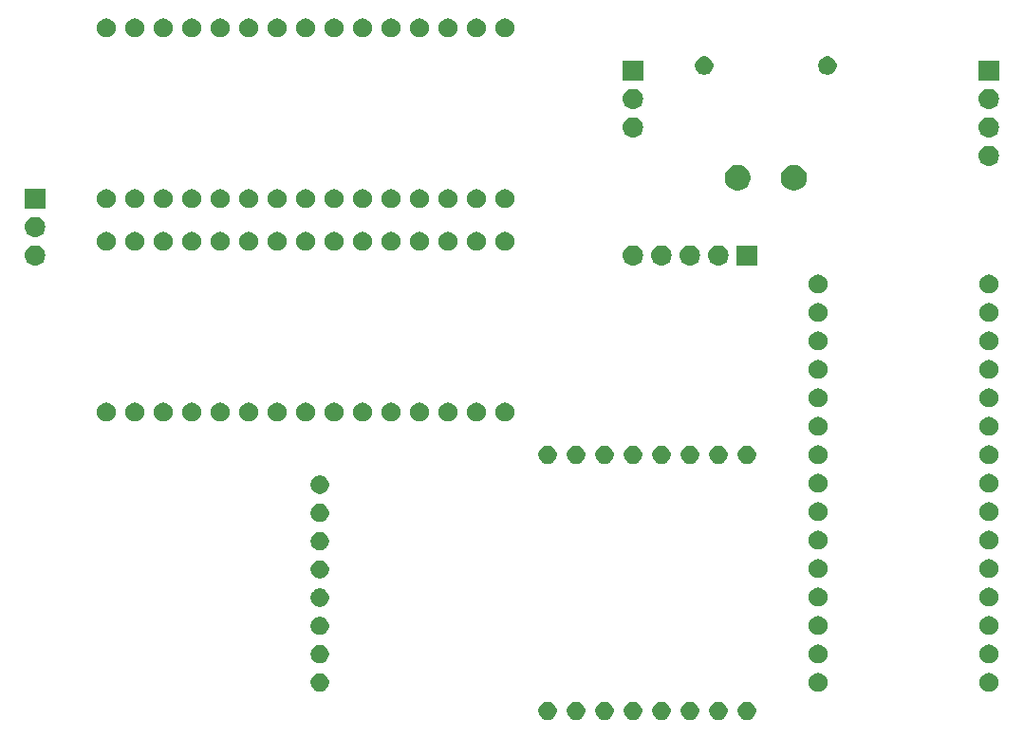
<source format=gbr>
G04 #@! TF.GenerationSoftware,KiCad,Pcbnew,(5.0.0)*
G04 #@! TF.CreationDate,2018-11-14T12:24:37-05:00*
G04 #@! TF.ProjectId,backdash,6261636B646173682E6B696361645F70,rev?*
G04 #@! TF.SameCoordinates,Original*
G04 #@! TF.FileFunction,Soldermask,Top*
G04 #@! TF.FilePolarity,Negative*
%FSLAX46Y46*%
G04 Gerber Fmt 4.6, Leading zero omitted, Abs format (unit mm)*
G04 Created by KiCad (PCBNEW (5.0.0)) date 11/14/18 12:24:37*
%MOMM*%
%LPD*%
G01*
G04 APERTURE LIST*
%ADD10C,0.100000*%
G04 APERTURE END LIST*
D10*
G36*
X226297142Y-84308242D02*
X226445102Y-84369530D01*
X226578258Y-84458502D01*
X226691498Y-84571742D01*
X226780470Y-84704898D01*
X226841758Y-84852858D01*
X226873000Y-85009925D01*
X226873000Y-85170075D01*
X226841758Y-85327142D01*
X226780470Y-85475102D01*
X226691498Y-85608258D01*
X226578258Y-85721498D01*
X226445102Y-85810470D01*
X226297142Y-85871758D01*
X226140075Y-85903000D01*
X225979925Y-85903000D01*
X225822858Y-85871758D01*
X225674898Y-85810470D01*
X225541742Y-85721498D01*
X225428502Y-85608258D01*
X225339530Y-85475102D01*
X225278242Y-85327142D01*
X225247000Y-85170075D01*
X225247000Y-85009925D01*
X225278242Y-84852858D01*
X225339530Y-84704898D01*
X225428502Y-84571742D01*
X225541742Y-84458502D01*
X225674898Y-84369530D01*
X225822858Y-84308242D01*
X225979925Y-84277000D01*
X226140075Y-84277000D01*
X226297142Y-84308242D01*
X226297142Y-84308242D01*
G37*
G36*
X228837142Y-84308242D02*
X228985102Y-84369530D01*
X229118258Y-84458502D01*
X229231498Y-84571742D01*
X229320470Y-84704898D01*
X229381758Y-84852858D01*
X229413000Y-85009925D01*
X229413000Y-85170075D01*
X229381758Y-85327142D01*
X229320470Y-85475102D01*
X229231498Y-85608258D01*
X229118258Y-85721498D01*
X228985102Y-85810470D01*
X228837142Y-85871758D01*
X228680075Y-85903000D01*
X228519925Y-85903000D01*
X228362858Y-85871758D01*
X228214898Y-85810470D01*
X228081742Y-85721498D01*
X227968502Y-85608258D01*
X227879530Y-85475102D01*
X227818242Y-85327142D01*
X227787000Y-85170075D01*
X227787000Y-85009925D01*
X227818242Y-84852858D01*
X227879530Y-84704898D01*
X227968502Y-84571742D01*
X228081742Y-84458502D01*
X228214898Y-84369530D01*
X228362858Y-84308242D01*
X228519925Y-84277000D01*
X228680075Y-84277000D01*
X228837142Y-84308242D01*
X228837142Y-84308242D01*
G37*
G36*
X211057142Y-84308242D02*
X211205102Y-84369530D01*
X211338258Y-84458502D01*
X211451498Y-84571742D01*
X211540470Y-84704898D01*
X211601758Y-84852858D01*
X211633000Y-85009925D01*
X211633000Y-85170075D01*
X211601758Y-85327142D01*
X211540470Y-85475102D01*
X211451498Y-85608258D01*
X211338258Y-85721498D01*
X211205102Y-85810470D01*
X211057142Y-85871758D01*
X210900075Y-85903000D01*
X210739925Y-85903000D01*
X210582858Y-85871758D01*
X210434898Y-85810470D01*
X210301742Y-85721498D01*
X210188502Y-85608258D01*
X210099530Y-85475102D01*
X210038242Y-85327142D01*
X210007000Y-85170075D01*
X210007000Y-85009925D01*
X210038242Y-84852858D01*
X210099530Y-84704898D01*
X210188502Y-84571742D01*
X210301742Y-84458502D01*
X210434898Y-84369530D01*
X210582858Y-84308242D01*
X210739925Y-84277000D01*
X210900075Y-84277000D01*
X211057142Y-84308242D01*
X211057142Y-84308242D01*
G37*
G36*
X213597142Y-84308242D02*
X213745102Y-84369530D01*
X213878258Y-84458502D01*
X213991498Y-84571742D01*
X214080470Y-84704898D01*
X214141758Y-84852858D01*
X214173000Y-85009925D01*
X214173000Y-85170075D01*
X214141758Y-85327142D01*
X214080470Y-85475102D01*
X213991498Y-85608258D01*
X213878258Y-85721498D01*
X213745102Y-85810470D01*
X213597142Y-85871758D01*
X213440075Y-85903000D01*
X213279925Y-85903000D01*
X213122858Y-85871758D01*
X212974898Y-85810470D01*
X212841742Y-85721498D01*
X212728502Y-85608258D01*
X212639530Y-85475102D01*
X212578242Y-85327142D01*
X212547000Y-85170075D01*
X212547000Y-85009925D01*
X212578242Y-84852858D01*
X212639530Y-84704898D01*
X212728502Y-84571742D01*
X212841742Y-84458502D01*
X212974898Y-84369530D01*
X213122858Y-84308242D01*
X213279925Y-84277000D01*
X213440075Y-84277000D01*
X213597142Y-84308242D01*
X213597142Y-84308242D01*
G37*
G36*
X216137142Y-84308242D02*
X216285102Y-84369530D01*
X216418258Y-84458502D01*
X216531498Y-84571742D01*
X216620470Y-84704898D01*
X216681758Y-84852858D01*
X216713000Y-85009925D01*
X216713000Y-85170075D01*
X216681758Y-85327142D01*
X216620470Y-85475102D01*
X216531498Y-85608258D01*
X216418258Y-85721498D01*
X216285102Y-85810470D01*
X216137142Y-85871758D01*
X215980075Y-85903000D01*
X215819925Y-85903000D01*
X215662858Y-85871758D01*
X215514898Y-85810470D01*
X215381742Y-85721498D01*
X215268502Y-85608258D01*
X215179530Y-85475102D01*
X215118242Y-85327142D01*
X215087000Y-85170075D01*
X215087000Y-85009925D01*
X215118242Y-84852858D01*
X215179530Y-84704898D01*
X215268502Y-84571742D01*
X215381742Y-84458502D01*
X215514898Y-84369530D01*
X215662858Y-84308242D01*
X215819925Y-84277000D01*
X215980075Y-84277000D01*
X216137142Y-84308242D01*
X216137142Y-84308242D01*
G37*
G36*
X221217142Y-84308242D02*
X221365102Y-84369530D01*
X221498258Y-84458502D01*
X221611498Y-84571742D01*
X221700470Y-84704898D01*
X221761758Y-84852858D01*
X221793000Y-85009925D01*
X221793000Y-85170075D01*
X221761758Y-85327142D01*
X221700470Y-85475102D01*
X221611498Y-85608258D01*
X221498258Y-85721498D01*
X221365102Y-85810470D01*
X221217142Y-85871758D01*
X221060075Y-85903000D01*
X220899925Y-85903000D01*
X220742858Y-85871758D01*
X220594898Y-85810470D01*
X220461742Y-85721498D01*
X220348502Y-85608258D01*
X220259530Y-85475102D01*
X220198242Y-85327142D01*
X220167000Y-85170075D01*
X220167000Y-85009925D01*
X220198242Y-84852858D01*
X220259530Y-84704898D01*
X220348502Y-84571742D01*
X220461742Y-84458502D01*
X220594898Y-84369530D01*
X220742858Y-84308242D01*
X220899925Y-84277000D01*
X221060075Y-84277000D01*
X221217142Y-84308242D01*
X221217142Y-84308242D01*
G37*
G36*
X218677142Y-84308242D02*
X218825102Y-84369530D01*
X218958258Y-84458502D01*
X219071498Y-84571742D01*
X219160470Y-84704898D01*
X219221758Y-84852858D01*
X219253000Y-85009925D01*
X219253000Y-85170075D01*
X219221758Y-85327142D01*
X219160470Y-85475102D01*
X219071498Y-85608258D01*
X218958258Y-85721498D01*
X218825102Y-85810470D01*
X218677142Y-85871758D01*
X218520075Y-85903000D01*
X218359925Y-85903000D01*
X218202858Y-85871758D01*
X218054898Y-85810470D01*
X217921742Y-85721498D01*
X217808502Y-85608258D01*
X217719530Y-85475102D01*
X217658242Y-85327142D01*
X217627000Y-85170075D01*
X217627000Y-85009925D01*
X217658242Y-84852858D01*
X217719530Y-84704898D01*
X217808502Y-84571742D01*
X217921742Y-84458502D01*
X218054898Y-84369530D01*
X218202858Y-84308242D01*
X218359925Y-84277000D01*
X218520075Y-84277000D01*
X218677142Y-84308242D01*
X218677142Y-84308242D01*
G37*
G36*
X223757142Y-84308242D02*
X223905102Y-84369530D01*
X224038258Y-84458502D01*
X224151498Y-84571742D01*
X224240470Y-84704898D01*
X224301758Y-84852858D01*
X224333000Y-85009925D01*
X224333000Y-85170075D01*
X224301758Y-85327142D01*
X224240470Y-85475102D01*
X224151498Y-85608258D01*
X224038258Y-85721498D01*
X223905102Y-85810470D01*
X223757142Y-85871758D01*
X223600075Y-85903000D01*
X223439925Y-85903000D01*
X223282858Y-85871758D01*
X223134898Y-85810470D01*
X223001742Y-85721498D01*
X222888502Y-85608258D01*
X222799530Y-85475102D01*
X222738242Y-85327142D01*
X222707000Y-85170075D01*
X222707000Y-85009925D01*
X222738242Y-84852858D01*
X222799530Y-84704898D01*
X222888502Y-84571742D01*
X223001742Y-84458502D01*
X223134898Y-84369530D01*
X223282858Y-84308242D01*
X223439925Y-84277000D01*
X223600075Y-84277000D01*
X223757142Y-84308242D01*
X223757142Y-84308242D01*
G37*
G36*
X235140560Y-81733079D02*
X235194552Y-81743819D01*
X235347131Y-81807019D01*
X235484449Y-81898772D01*
X235601228Y-82015551D01*
X235692981Y-82152869D01*
X235756181Y-82305448D01*
X235788400Y-82467425D01*
X235788400Y-82632575D01*
X235756181Y-82794552D01*
X235692981Y-82947131D01*
X235601228Y-83084449D01*
X235484449Y-83201228D01*
X235347131Y-83292981D01*
X235194552Y-83356181D01*
X235160270Y-83363000D01*
X235032577Y-83388400D01*
X234867423Y-83388400D01*
X234739730Y-83363000D01*
X234705448Y-83356181D01*
X234552869Y-83292981D01*
X234415551Y-83201228D01*
X234298772Y-83084449D01*
X234207019Y-82947131D01*
X234143819Y-82794552D01*
X234111600Y-82632575D01*
X234111600Y-82467425D01*
X234143819Y-82305448D01*
X234207019Y-82152869D01*
X234298772Y-82015551D01*
X234415551Y-81898772D01*
X234552869Y-81807019D01*
X234705448Y-81743819D01*
X234759440Y-81733079D01*
X234867423Y-81711600D01*
X235032577Y-81711600D01*
X235140560Y-81733079D01*
X235140560Y-81733079D01*
G37*
G36*
X250380560Y-81733079D02*
X250434552Y-81743819D01*
X250587131Y-81807019D01*
X250724449Y-81898772D01*
X250841228Y-82015551D01*
X250932981Y-82152869D01*
X250996181Y-82305448D01*
X251028400Y-82467425D01*
X251028400Y-82632575D01*
X250996181Y-82794552D01*
X250932981Y-82947131D01*
X250841228Y-83084449D01*
X250724449Y-83201228D01*
X250587131Y-83292981D01*
X250434552Y-83356181D01*
X250400270Y-83363000D01*
X250272577Y-83388400D01*
X250107423Y-83388400D01*
X249979730Y-83363000D01*
X249945448Y-83356181D01*
X249792869Y-83292981D01*
X249655551Y-83201228D01*
X249538772Y-83084449D01*
X249447019Y-82947131D01*
X249383819Y-82794552D01*
X249351600Y-82632575D01*
X249351600Y-82467425D01*
X249383819Y-82305448D01*
X249447019Y-82152869D01*
X249538772Y-82015551D01*
X249655551Y-81898772D01*
X249792869Y-81807019D01*
X249945448Y-81743819D01*
X249999440Y-81733079D01*
X250107423Y-81711600D01*
X250272577Y-81711600D01*
X250380560Y-81733079D01*
X250380560Y-81733079D01*
G37*
G36*
X190737142Y-81768242D02*
X190885102Y-81829530D01*
X190952130Y-81874317D01*
X190988732Y-81898773D01*
X191018258Y-81918502D01*
X191131498Y-82031742D01*
X191220470Y-82164898D01*
X191281758Y-82312858D01*
X191313000Y-82469925D01*
X191313000Y-82630075D01*
X191281758Y-82787142D01*
X191234354Y-82901583D01*
X191220471Y-82935100D01*
X191131499Y-83068257D01*
X191018257Y-83181499D01*
X190988730Y-83201228D01*
X190885102Y-83270470D01*
X190737142Y-83331758D01*
X190580075Y-83363000D01*
X190419925Y-83363000D01*
X190262858Y-83331758D01*
X190114898Y-83270470D01*
X190011270Y-83201228D01*
X189981743Y-83181499D01*
X189868501Y-83068257D01*
X189779529Y-82935100D01*
X189765646Y-82901583D01*
X189718242Y-82787142D01*
X189687000Y-82630075D01*
X189687000Y-82469925D01*
X189718242Y-82312858D01*
X189779530Y-82164898D01*
X189868502Y-82031742D01*
X189981742Y-81918502D01*
X190011269Y-81898773D01*
X190047870Y-81874317D01*
X190114898Y-81829530D01*
X190262858Y-81768242D01*
X190419925Y-81737000D01*
X190580075Y-81737000D01*
X190737142Y-81768242D01*
X190737142Y-81768242D01*
G37*
G36*
X250380560Y-79193079D02*
X250434552Y-79203819D01*
X250587131Y-79267019D01*
X250724449Y-79358772D01*
X250841228Y-79475551D01*
X250932981Y-79612869D01*
X250996181Y-79765448D01*
X250996181Y-79765449D01*
X251028400Y-79927423D01*
X251028400Y-80092577D01*
X251024919Y-80110075D01*
X250996181Y-80254552D01*
X250932981Y-80407131D01*
X250841228Y-80544449D01*
X250724449Y-80661228D01*
X250587131Y-80752981D01*
X250434552Y-80816181D01*
X250380560Y-80826921D01*
X250272577Y-80848400D01*
X250107423Y-80848400D01*
X249999440Y-80826921D01*
X249945448Y-80816181D01*
X249792869Y-80752981D01*
X249655551Y-80661228D01*
X249538772Y-80544449D01*
X249447019Y-80407131D01*
X249383819Y-80254552D01*
X249355081Y-80110075D01*
X249351600Y-80092577D01*
X249351600Y-79927423D01*
X249383819Y-79765449D01*
X249383819Y-79765448D01*
X249447019Y-79612869D01*
X249538772Y-79475551D01*
X249655551Y-79358772D01*
X249792869Y-79267019D01*
X249945448Y-79203819D01*
X249999440Y-79193079D01*
X250107423Y-79171600D01*
X250272577Y-79171600D01*
X250380560Y-79193079D01*
X250380560Y-79193079D01*
G37*
G36*
X235140560Y-79193079D02*
X235194552Y-79203819D01*
X235347131Y-79267019D01*
X235484449Y-79358772D01*
X235601228Y-79475551D01*
X235692981Y-79612869D01*
X235756181Y-79765448D01*
X235756181Y-79765449D01*
X235788400Y-79927423D01*
X235788400Y-80092577D01*
X235784919Y-80110075D01*
X235756181Y-80254552D01*
X235692981Y-80407131D01*
X235601228Y-80544449D01*
X235484449Y-80661228D01*
X235347131Y-80752981D01*
X235194552Y-80816181D01*
X235140560Y-80826921D01*
X235032577Y-80848400D01*
X234867423Y-80848400D01*
X234759440Y-80826921D01*
X234705448Y-80816181D01*
X234552869Y-80752981D01*
X234415551Y-80661228D01*
X234298772Y-80544449D01*
X234207019Y-80407131D01*
X234143819Y-80254552D01*
X234115081Y-80110075D01*
X234111600Y-80092577D01*
X234111600Y-79927423D01*
X234143819Y-79765449D01*
X234143819Y-79765448D01*
X234207019Y-79612869D01*
X234298772Y-79475551D01*
X234415551Y-79358772D01*
X234552869Y-79267019D01*
X234705448Y-79203819D01*
X234759440Y-79193079D01*
X234867423Y-79171600D01*
X235032577Y-79171600D01*
X235140560Y-79193079D01*
X235140560Y-79193079D01*
G37*
G36*
X190737142Y-79248242D02*
X190885102Y-79309530D01*
X191018258Y-79398502D01*
X191131498Y-79511742D01*
X191220470Y-79644898D01*
X191281758Y-79792858D01*
X191313000Y-79949925D01*
X191313000Y-80110075D01*
X191281758Y-80267142D01*
X191220470Y-80415102D01*
X191131498Y-80548258D01*
X191018258Y-80661498D01*
X190885102Y-80750470D01*
X190885101Y-80750471D01*
X190885100Y-80750471D01*
X190879040Y-80752981D01*
X190737142Y-80811758D01*
X190580075Y-80843000D01*
X190419925Y-80843000D01*
X190262858Y-80811758D01*
X190120960Y-80752981D01*
X190114900Y-80750471D01*
X190114899Y-80750471D01*
X190114898Y-80750470D01*
X189981742Y-80661498D01*
X189868502Y-80548258D01*
X189779530Y-80415102D01*
X189718242Y-80267142D01*
X189687000Y-80110075D01*
X189687000Y-79949925D01*
X189718242Y-79792858D01*
X189779530Y-79644898D01*
X189868502Y-79511742D01*
X189981742Y-79398502D01*
X190114898Y-79309530D01*
X190262858Y-79248242D01*
X190419925Y-79217000D01*
X190580075Y-79217000D01*
X190737142Y-79248242D01*
X190737142Y-79248242D01*
G37*
G36*
X190737142Y-76728242D02*
X190885102Y-76789530D01*
X191018258Y-76878502D01*
X191131498Y-76991742D01*
X191220470Y-77124898D01*
X191281758Y-77272858D01*
X191313000Y-77429925D01*
X191313000Y-77590075D01*
X191281758Y-77747142D01*
X191220470Y-77895102D01*
X191131498Y-78028258D01*
X191018258Y-78141498D01*
X190885102Y-78230470D01*
X190737142Y-78291758D01*
X190580075Y-78323000D01*
X190419925Y-78323000D01*
X190262858Y-78291758D01*
X190114898Y-78230470D01*
X189981742Y-78141498D01*
X189868502Y-78028258D01*
X189779530Y-77895102D01*
X189718242Y-77747142D01*
X189687000Y-77590075D01*
X189687000Y-77429925D01*
X189718242Y-77272858D01*
X189779530Y-77124898D01*
X189868502Y-76991742D01*
X189981742Y-76878502D01*
X190114898Y-76789530D01*
X190262858Y-76728242D01*
X190419925Y-76697000D01*
X190580075Y-76697000D01*
X190737142Y-76728242D01*
X190737142Y-76728242D01*
G37*
G36*
X250380560Y-76653079D02*
X250434552Y-76663819D01*
X250587131Y-76727019D01*
X250724449Y-76818772D01*
X250841228Y-76935551D01*
X250932981Y-77072869D01*
X250996181Y-77225448D01*
X251028400Y-77387425D01*
X251028400Y-77552575D01*
X250996181Y-77714552D01*
X250932981Y-77867131D01*
X250841228Y-78004449D01*
X250724449Y-78121228D01*
X250587131Y-78212981D01*
X250434552Y-78276181D01*
X250380560Y-78286921D01*
X250272577Y-78308400D01*
X250107423Y-78308400D01*
X249999440Y-78286921D01*
X249945448Y-78276181D01*
X249792869Y-78212981D01*
X249655551Y-78121228D01*
X249538772Y-78004449D01*
X249447019Y-77867131D01*
X249383819Y-77714552D01*
X249351600Y-77552575D01*
X249351600Y-77387425D01*
X249383819Y-77225448D01*
X249447019Y-77072869D01*
X249538772Y-76935551D01*
X249655551Y-76818772D01*
X249792869Y-76727019D01*
X249945448Y-76663819D01*
X249999440Y-76653079D01*
X250107423Y-76631600D01*
X250272577Y-76631600D01*
X250380560Y-76653079D01*
X250380560Y-76653079D01*
G37*
G36*
X235140560Y-76653079D02*
X235194552Y-76663819D01*
X235347131Y-76727019D01*
X235484449Y-76818772D01*
X235601228Y-76935551D01*
X235692981Y-77072869D01*
X235756181Y-77225448D01*
X235788400Y-77387425D01*
X235788400Y-77552575D01*
X235756181Y-77714552D01*
X235692981Y-77867131D01*
X235601228Y-78004449D01*
X235484449Y-78121228D01*
X235347131Y-78212981D01*
X235194552Y-78276181D01*
X235140560Y-78286921D01*
X235032577Y-78308400D01*
X234867423Y-78308400D01*
X234759440Y-78286921D01*
X234705448Y-78276181D01*
X234552869Y-78212981D01*
X234415551Y-78121228D01*
X234298772Y-78004449D01*
X234207019Y-77867131D01*
X234143819Y-77714552D01*
X234111600Y-77552575D01*
X234111600Y-77387425D01*
X234143819Y-77225448D01*
X234207019Y-77072869D01*
X234298772Y-76935551D01*
X234415551Y-76818772D01*
X234552869Y-76727019D01*
X234705448Y-76663819D01*
X234759440Y-76653079D01*
X234867423Y-76631600D01*
X235032577Y-76631600D01*
X235140560Y-76653079D01*
X235140560Y-76653079D01*
G37*
G36*
X190737142Y-74208242D02*
X190885102Y-74269530D01*
X191018258Y-74358502D01*
X191131498Y-74471742D01*
X191220470Y-74604898D01*
X191281758Y-74752858D01*
X191313000Y-74909925D01*
X191313000Y-75070075D01*
X191281758Y-75227142D01*
X191220470Y-75375102D01*
X191131498Y-75508258D01*
X191018258Y-75621498D01*
X190885102Y-75710470D01*
X190737142Y-75771758D01*
X190580075Y-75803000D01*
X190419925Y-75803000D01*
X190262858Y-75771758D01*
X190114898Y-75710470D01*
X189981742Y-75621498D01*
X189868502Y-75508258D01*
X189779530Y-75375102D01*
X189718242Y-75227142D01*
X189687000Y-75070075D01*
X189687000Y-74909925D01*
X189718242Y-74752858D01*
X189779530Y-74604898D01*
X189868502Y-74471742D01*
X189981742Y-74358502D01*
X190114898Y-74269530D01*
X190262858Y-74208242D01*
X190419925Y-74177000D01*
X190580075Y-74177000D01*
X190737142Y-74208242D01*
X190737142Y-74208242D01*
G37*
G36*
X250380560Y-74113079D02*
X250434552Y-74123819D01*
X250587131Y-74187019D01*
X250724449Y-74278772D01*
X250841228Y-74395551D01*
X250932981Y-74532869D01*
X250996181Y-74685448D01*
X251028400Y-74847425D01*
X251028400Y-75012575D01*
X250996181Y-75174552D01*
X250932981Y-75327131D01*
X250841228Y-75464449D01*
X250724449Y-75581228D01*
X250587131Y-75672981D01*
X250434552Y-75736181D01*
X250380560Y-75746921D01*
X250272577Y-75768400D01*
X250107423Y-75768400D01*
X249999440Y-75746921D01*
X249945448Y-75736181D01*
X249792869Y-75672981D01*
X249655551Y-75581228D01*
X249538772Y-75464449D01*
X249447019Y-75327131D01*
X249383819Y-75174552D01*
X249351600Y-75012575D01*
X249351600Y-74847425D01*
X249383819Y-74685448D01*
X249447019Y-74532869D01*
X249538772Y-74395551D01*
X249655551Y-74278772D01*
X249792869Y-74187019D01*
X249945448Y-74123819D01*
X249999440Y-74113079D01*
X250107423Y-74091600D01*
X250272577Y-74091600D01*
X250380560Y-74113079D01*
X250380560Y-74113079D01*
G37*
G36*
X235140560Y-74113079D02*
X235194552Y-74123819D01*
X235347131Y-74187019D01*
X235484449Y-74278772D01*
X235601228Y-74395551D01*
X235692981Y-74532869D01*
X235756181Y-74685448D01*
X235788400Y-74847425D01*
X235788400Y-75012575D01*
X235756181Y-75174552D01*
X235692981Y-75327131D01*
X235601228Y-75464449D01*
X235484449Y-75581228D01*
X235347131Y-75672981D01*
X235194552Y-75736181D01*
X235140560Y-75746921D01*
X235032577Y-75768400D01*
X234867423Y-75768400D01*
X234759440Y-75746921D01*
X234705448Y-75736181D01*
X234552869Y-75672981D01*
X234415551Y-75581228D01*
X234298772Y-75464449D01*
X234207019Y-75327131D01*
X234143819Y-75174552D01*
X234111600Y-75012575D01*
X234111600Y-74847425D01*
X234143819Y-74685448D01*
X234207019Y-74532869D01*
X234298772Y-74395551D01*
X234415551Y-74278772D01*
X234552869Y-74187019D01*
X234705448Y-74123819D01*
X234759440Y-74113079D01*
X234867423Y-74091600D01*
X235032577Y-74091600D01*
X235140560Y-74113079D01*
X235140560Y-74113079D01*
G37*
G36*
X190737142Y-71688242D02*
X190885102Y-71749530D01*
X191018258Y-71838502D01*
X191131498Y-71951742D01*
X191220470Y-72084898D01*
X191281758Y-72232858D01*
X191313000Y-72389925D01*
X191313000Y-72550075D01*
X191281758Y-72707142D01*
X191248625Y-72787131D01*
X191220471Y-72855100D01*
X191131499Y-72988257D01*
X191018257Y-73101499D01*
X190952130Y-73145683D01*
X190885102Y-73190470D01*
X190737142Y-73251758D01*
X190580075Y-73283000D01*
X190419925Y-73283000D01*
X190262858Y-73251758D01*
X190114898Y-73190470D01*
X190047870Y-73145683D01*
X189981743Y-73101499D01*
X189868501Y-72988257D01*
X189779529Y-72855100D01*
X189751375Y-72787131D01*
X189718242Y-72707142D01*
X189687000Y-72550075D01*
X189687000Y-72389925D01*
X189718242Y-72232858D01*
X189779530Y-72084898D01*
X189868502Y-71951742D01*
X189981742Y-71838502D01*
X190114898Y-71749530D01*
X190262858Y-71688242D01*
X190419925Y-71657000D01*
X190580075Y-71657000D01*
X190737142Y-71688242D01*
X190737142Y-71688242D01*
G37*
G36*
X235140560Y-71573079D02*
X235194552Y-71583819D01*
X235347131Y-71647019D01*
X235484449Y-71738772D01*
X235601228Y-71855551D01*
X235692981Y-71992869D01*
X235731100Y-72084898D01*
X235756181Y-72145449D01*
X235788400Y-72307423D01*
X235788400Y-72472577D01*
X235766921Y-72580560D01*
X235756181Y-72634552D01*
X235692981Y-72787131D01*
X235601228Y-72924449D01*
X235484449Y-73041228D01*
X235347131Y-73132981D01*
X235194552Y-73196181D01*
X235140560Y-73206921D01*
X235032577Y-73228400D01*
X234867423Y-73228400D01*
X234759440Y-73206921D01*
X234705448Y-73196181D01*
X234552869Y-73132981D01*
X234415551Y-73041228D01*
X234298772Y-72924449D01*
X234207019Y-72787131D01*
X234143819Y-72634552D01*
X234133079Y-72580560D01*
X234111600Y-72472577D01*
X234111600Y-72307423D01*
X234143819Y-72145449D01*
X234168900Y-72084898D01*
X234207019Y-71992869D01*
X234298772Y-71855551D01*
X234415551Y-71738772D01*
X234552869Y-71647019D01*
X234705448Y-71583819D01*
X234759440Y-71573079D01*
X234867423Y-71551600D01*
X235032577Y-71551600D01*
X235140560Y-71573079D01*
X235140560Y-71573079D01*
G37*
G36*
X250380560Y-71573079D02*
X250434552Y-71583819D01*
X250587131Y-71647019D01*
X250724449Y-71738772D01*
X250841228Y-71855551D01*
X250932981Y-71992869D01*
X250971100Y-72084898D01*
X250996181Y-72145449D01*
X251028400Y-72307423D01*
X251028400Y-72472577D01*
X251006921Y-72580560D01*
X250996181Y-72634552D01*
X250932981Y-72787131D01*
X250841228Y-72924449D01*
X250724449Y-73041228D01*
X250587131Y-73132981D01*
X250434552Y-73196181D01*
X250380560Y-73206921D01*
X250272577Y-73228400D01*
X250107423Y-73228400D01*
X249999440Y-73206921D01*
X249945448Y-73196181D01*
X249792869Y-73132981D01*
X249655551Y-73041228D01*
X249538772Y-72924449D01*
X249447019Y-72787131D01*
X249383819Y-72634552D01*
X249373079Y-72580560D01*
X249351600Y-72472577D01*
X249351600Y-72307423D01*
X249383819Y-72145449D01*
X249408900Y-72084898D01*
X249447019Y-71992869D01*
X249538772Y-71855551D01*
X249655551Y-71738772D01*
X249792869Y-71647019D01*
X249945448Y-71583819D01*
X249999440Y-71573079D01*
X250107423Y-71551600D01*
X250272577Y-71551600D01*
X250380560Y-71573079D01*
X250380560Y-71573079D01*
G37*
G36*
X190737142Y-69168242D02*
X190885102Y-69229530D01*
X191018258Y-69318502D01*
X191131498Y-69431742D01*
X191220470Y-69564898D01*
X191281758Y-69712858D01*
X191313000Y-69869925D01*
X191313000Y-70030075D01*
X191281758Y-70187142D01*
X191256909Y-70247131D01*
X191220471Y-70335100D01*
X191131499Y-70468257D01*
X191018257Y-70581499D01*
X190952130Y-70625683D01*
X190885102Y-70670470D01*
X190737142Y-70731758D01*
X190580075Y-70763000D01*
X190419925Y-70763000D01*
X190262858Y-70731758D01*
X190114898Y-70670470D01*
X190047870Y-70625683D01*
X189981743Y-70581499D01*
X189868501Y-70468257D01*
X189779529Y-70335100D01*
X189743091Y-70247131D01*
X189718242Y-70187142D01*
X189687000Y-70030075D01*
X189687000Y-69869925D01*
X189718242Y-69712858D01*
X189779530Y-69564898D01*
X189868502Y-69431742D01*
X189981742Y-69318502D01*
X190114898Y-69229530D01*
X190262858Y-69168242D01*
X190419925Y-69137000D01*
X190580075Y-69137000D01*
X190737142Y-69168242D01*
X190737142Y-69168242D01*
G37*
G36*
X250380560Y-69033079D02*
X250434552Y-69043819D01*
X250587131Y-69107019D01*
X250724449Y-69198772D01*
X250841228Y-69315551D01*
X250932981Y-69452869D01*
X250996181Y-69605448D01*
X251028400Y-69767425D01*
X251028400Y-69932575D01*
X250996181Y-70094552D01*
X250932981Y-70247131D01*
X250841228Y-70384449D01*
X250724449Y-70501228D01*
X250587131Y-70592981D01*
X250434552Y-70656181D01*
X250380560Y-70666921D01*
X250272577Y-70688400D01*
X250107423Y-70688400D01*
X249999440Y-70666921D01*
X249945448Y-70656181D01*
X249792869Y-70592981D01*
X249655551Y-70501228D01*
X249538772Y-70384449D01*
X249447019Y-70247131D01*
X249383819Y-70094552D01*
X249351600Y-69932575D01*
X249351600Y-69767425D01*
X249383819Y-69605448D01*
X249447019Y-69452869D01*
X249538772Y-69315551D01*
X249655551Y-69198772D01*
X249792869Y-69107019D01*
X249945448Y-69043819D01*
X249999440Y-69033079D01*
X250107423Y-69011600D01*
X250272577Y-69011600D01*
X250380560Y-69033079D01*
X250380560Y-69033079D01*
G37*
G36*
X235140560Y-69033079D02*
X235194552Y-69043819D01*
X235347131Y-69107019D01*
X235484449Y-69198772D01*
X235601228Y-69315551D01*
X235692981Y-69452869D01*
X235756181Y-69605448D01*
X235788400Y-69767425D01*
X235788400Y-69932575D01*
X235756181Y-70094552D01*
X235692981Y-70247131D01*
X235601228Y-70384449D01*
X235484449Y-70501228D01*
X235347131Y-70592981D01*
X235194552Y-70656181D01*
X235140560Y-70666921D01*
X235032577Y-70688400D01*
X234867423Y-70688400D01*
X234759440Y-70666921D01*
X234705448Y-70656181D01*
X234552869Y-70592981D01*
X234415551Y-70501228D01*
X234298772Y-70384449D01*
X234207019Y-70247131D01*
X234143819Y-70094552D01*
X234111600Y-69932575D01*
X234111600Y-69767425D01*
X234143819Y-69605448D01*
X234207019Y-69452869D01*
X234298772Y-69315551D01*
X234415551Y-69198772D01*
X234552869Y-69107019D01*
X234705448Y-69043819D01*
X234759440Y-69033079D01*
X234867423Y-69011600D01*
X235032577Y-69011600D01*
X235140560Y-69033079D01*
X235140560Y-69033079D01*
G37*
G36*
X190737142Y-66648242D02*
X190885102Y-66709530D01*
X190952130Y-66754317D01*
X190983910Y-66775551D01*
X191018258Y-66798502D01*
X191131498Y-66911742D01*
X191220470Y-67044898D01*
X191281758Y-67192858D01*
X191313000Y-67349925D01*
X191313000Y-67510075D01*
X191281758Y-67667142D01*
X191220470Y-67815102D01*
X191131498Y-67948258D01*
X191018258Y-68061498D01*
X190885102Y-68150470D01*
X190737142Y-68211758D01*
X190580075Y-68243000D01*
X190419925Y-68243000D01*
X190262858Y-68211758D01*
X190114898Y-68150470D01*
X189981742Y-68061498D01*
X189868502Y-67948258D01*
X189779530Y-67815102D01*
X189718242Y-67667142D01*
X189687000Y-67510075D01*
X189687000Y-67349925D01*
X189718242Y-67192858D01*
X189779530Y-67044898D01*
X189868502Y-66911742D01*
X189981742Y-66798502D01*
X190016091Y-66775551D01*
X190047870Y-66754317D01*
X190114898Y-66709530D01*
X190262858Y-66648242D01*
X190419925Y-66617000D01*
X190580075Y-66617000D01*
X190737142Y-66648242D01*
X190737142Y-66648242D01*
G37*
G36*
X235140560Y-66493079D02*
X235194552Y-66503819D01*
X235347131Y-66567019D01*
X235484449Y-66658772D01*
X235601228Y-66775551D01*
X235692981Y-66912869D01*
X235756181Y-67065448D01*
X235756181Y-67065449D01*
X235781525Y-67192858D01*
X235788400Y-67227425D01*
X235788400Y-67392575D01*
X235756181Y-67554552D01*
X235692981Y-67707131D01*
X235601228Y-67844449D01*
X235484449Y-67961228D01*
X235347131Y-68052981D01*
X235194552Y-68116181D01*
X235140560Y-68126921D01*
X235032577Y-68148400D01*
X234867423Y-68148400D01*
X234759440Y-68126921D01*
X234705448Y-68116181D01*
X234552869Y-68052981D01*
X234415551Y-67961228D01*
X234298772Y-67844449D01*
X234207019Y-67707131D01*
X234143819Y-67554552D01*
X234111600Y-67392575D01*
X234111600Y-67227425D01*
X234118476Y-67192858D01*
X234143819Y-67065449D01*
X234143819Y-67065448D01*
X234207019Y-66912869D01*
X234298772Y-66775551D01*
X234415551Y-66658772D01*
X234552869Y-66567019D01*
X234705448Y-66503819D01*
X234759440Y-66493079D01*
X234867423Y-66471600D01*
X235032577Y-66471600D01*
X235140560Y-66493079D01*
X235140560Y-66493079D01*
G37*
G36*
X250380560Y-66493079D02*
X250434552Y-66503819D01*
X250587131Y-66567019D01*
X250724449Y-66658772D01*
X250841228Y-66775551D01*
X250932981Y-66912869D01*
X250996181Y-67065448D01*
X250996181Y-67065449D01*
X251021525Y-67192858D01*
X251028400Y-67227425D01*
X251028400Y-67392575D01*
X250996181Y-67554552D01*
X250932981Y-67707131D01*
X250841228Y-67844449D01*
X250724449Y-67961228D01*
X250587131Y-68052981D01*
X250434552Y-68116181D01*
X250380560Y-68126921D01*
X250272577Y-68148400D01*
X250107423Y-68148400D01*
X249999440Y-68126921D01*
X249945448Y-68116181D01*
X249792869Y-68052981D01*
X249655551Y-67961228D01*
X249538772Y-67844449D01*
X249447019Y-67707131D01*
X249383819Y-67554552D01*
X249351600Y-67392575D01*
X249351600Y-67227425D01*
X249358476Y-67192858D01*
X249383819Y-67065449D01*
X249383819Y-67065448D01*
X249447019Y-66912869D01*
X249538772Y-66775551D01*
X249655551Y-66658772D01*
X249792869Y-66567019D01*
X249945448Y-66503819D01*
X249999440Y-66493079D01*
X250107423Y-66471600D01*
X250272577Y-66471600D01*
X250380560Y-66493079D01*
X250380560Y-66493079D01*
G37*
G36*
X190737142Y-64128242D02*
X190885102Y-64189530D01*
X191018258Y-64278502D01*
X191131498Y-64391742D01*
X191220470Y-64524898D01*
X191281758Y-64672858D01*
X191313000Y-64829925D01*
X191313000Y-64990075D01*
X191281758Y-65147142D01*
X191220470Y-65295102D01*
X191175683Y-65362130D01*
X191136196Y-65421228D01*
X191131498Y-65428258D01*
X191018258Y-65541498D01*
X190885102Y-65630470D01*
X190737142Y-65691758D01*
X190580075Y-65723000D01*
X190419925Y-65723000D01*
X190262858Y-65691758D01*
X190114898Y-65630470D01*
X189981742Y-65541498D01*
X189868502Y-65428258D01*
X189863805Y-65421228D01*
X189824317Y-65362130D01*
X189779530Y-65295102D01*
X189718242Y-65147142D01*
X189687000Y-64990075D01*
X189687000Y-64829925D01*
X189718242Y-64672858D01*
X189779530Y-64524898D01*
X189868502Y-64391742D01*
X189981742Y-64278502D01*
X190114898Y-64189530D01*
X190262858Y-64128242D01*
X190419925Y-64097000D01*
X190580075Y-64097000D01*
X190737142Y-64128242D01*
X190737142Y-64128242D01*
G37*
G36*
X250380560Y-63953079D02*
X250434552Y-63963819D01*
X250587131Y-64027019D01*
X250724449Y-64118772D01*
X250841228Y-64235551D01*
X250932981Y-64372869D01*
X250995953Y-64524898D01*
X250996181Y-64525449D01*
X251025503Y-64672858D01*
X251028400Y-64687425D01*
X251028400Y-64852575D01*
X250996181Y-65014552D01*
X250932981Y-65167131D01*
X250841228Y-65304449D01*
X250724449Y-65421228D01*
X250587131Y-65512981D01*
X250434552Y-65576181D01*
X250380560Y-65586921D01*
X250272577Y-65608400D01*
X250107423Y-65608400D01*
X249999440Y-65586921D01*
X249945448Y-65576181D01*
X249792869Y-65512981D01*
X249655551Y-65421228D01*
X249538772Y-65304449D01*
X249447019Y-65167131D01*
X249383819Y-65014552D01*
X249351600Y-64852575D01*
X249351600Y-64687425D01*
X249354498Y-64672858D01*
X249383819Y-64525449D01*
X249384047Y-64524898D01*
X249447019Y-64372869D01*
X249538772Y-64235551D01*
X249655551Y-64118772D01*
X249792869Y-64027019D01*
X249945448Y-63963819D01*
X249999440Y-63953079D01*
X250107423Y-63931600D01*
X250272577Y-63931600D01*
X250380560Y-63953079D01*
X250380560Y-63953079D01*
G37*
G36*
X235140560Y-63953079D02*
X235194552Y-63963819D01*
X235347131Y-64027019D01*
X235484449Y-64118772D01*
X235601228Y-64235551D01*
X235692981Y-64372869D01*
X235755953Y-64524898D01*
X235756181Y-64525449D01*
X235785503Y-64672858D01*
X235788400Y-64687425D01*
X235788400Y-64852575D01*
X235756181Y-65014552D01*
X235692981Y-65167131D01*
X235601228Y-65304449D01*
X235484449Y-65421228D01*
X235347131Y-65512981D01*
X235194552Y-65576181D01*
X235140560Y-65586921D01*
X235032577Y-65608400D01*
X234867423Y-65608400D01*
X234759440Y-65586921D01*
X234705448Y-65576181D01*
X234552869Y-65512981D01*
X234415551Y-65421228D01*
X234298772Y-65304449D01*
X234207019Y-65167131D01*
X234143819Y-65014552D01*
X234111600Y-64852575D01*
X234111600Y-64687425D01*
X234114498Y-64672858D01*
X234143819Y-64525449D01*
X234144047Y-64524898D01*
X234207019Y-64372869D01*
X234298772Y-64235551D01*
X234415551Y-64118772D01*
X234552869Y-64027019D01*
X234705448Y-63963819D01*
X234759440Y-63953079D01*
X234867423Y-63931600D01*
X235032577Y-63931600D01*
X235140560Y-63953079D01*
X235140560Y-63953079D01*
G37*
G36*
X235140560Y-61413079D02*
X235194552Y-61423819D01*
X235347131Y-61487019D01*
X235484449Y-61578772D01*
X235601228Y-61695551D01*
X235692981Y-61832869D01*
X235756181Y-61985448D01*
X235788400Y-62147425D01*
X235788400Y-62312575D01*
X235756181Y-62474552D01*
X235692981Y-62627131D01*
X235601228Y-62764449D01*
X235484449Y-62881228D01*
X235347131Y-62972981D01*
X235194552Y-63036181D01*
X235160270Y-63043000D01*
X235032577Y-63068400D01*
X234867423Y-63068400D01*
X234739730Y-63043000D01*
X234705448Y-63036181D01*
X234552869Y-62972981D01*
X234415551Y-62881228D01*
X234298772Y-62764449D01*
X234207019Y-62627131D01*
X234143819Y-62474552D01*
X234111600Y-62312575D01*
X234111600Y-62147425D01*
X234143819Y-61985448D01*
X234207019Y-61832869D01*
X234298772Y-61695551D01*
X234415551Y-61578772D01*
X234552869Y-61487019D01*
X234705448Y-61423819D01*
X234759440Y-61413079D01*
X234867423Y-61391600D01*
X235032577Y-61391600D01*
X235140560Y-61413079D01*
X235140560Y-61413079D01*
G37*
G36*
X250380560Y-61413079D02*
X250434552Y-61423819D01*
X250587131Y-61487019D01*
X250724449Y-61578772D01*
X250841228Y-61695551D01*
X250932981Y-61832869D01*
X250996181Y-61985448D01*
X251028400Y-62147425D01*
X251028400Y-62312575D01*
X250996181Y-62474552D01*
X250932981Y-62627131D01*
X250841228Y-62764449D01*
X250724449Y-62881228D01*
X250587131Y-62972981D01*
X250434552Y-63036181D01*
X250400270Y-63043000D01*
X250272577Y-63068400D01*
X250107423Y-63068400D01*
X249979730Y-63043000D01*
X249945448Y-63036181D01*
X249792869Y-62972981D01*
X249655551Y-62881228D01*
X249538772Y-62764449D01*
X249447019Y-62627131D01*
X249383819Y-62474552D01*
X249351600Y-62312575D01*
X249351600Y-62147425D01*
X249383819Y-61985448D01*
X249447019Y-61832869D01*
X249538772Y-61695551D01*
X249655551Y-61578772D01*
X249792869Y-61487019D01*
X249945448Y-61423819D01*
X249999440Y-61413079D01*
X250107423Y-61391600D01*
X250272577Y-61391600D01*
X250380560Y-61413079D01*
X250380560Y-61413079D01*
G37*
G36*
X218677142Y-61448242D02*
X218825102Y-61509530D01*
X218892130Y-61554317D01*
X218928732Y-61578773D01*
X218958258Y-61598502D01*
X219071498Y-61711742D01*
X219160470Y-61844898D01*
X219221758Y-61992858D01*
X219253000Y-62149925D01*
X219253000Y-62310075D01*
X219221758Y-62467142D01*
X219174354Y-62581583D01*
X219160471Y-62615100D01*
X219071499Y-62748257D01*
X218958257Y-62861499D01*
X218928730Y-62881228D01*
X218825102Y-62950470D01*
X218677142Y-63011758D01*
X218520075Y-63043000D01*
X218359925Y-63043000D01*
X218202858Y-63011758D01*
X218054898Y-62950470D01*
X217951270Y-62881228D01*
X217921743Y-62861499D01*
X217808501Y-62748257D01*
X217719529Y-62615100D01*
X217705646Y-62581583D01*
X217658242Y-62467142D01*
X217627000Y-62310075D01*
X217627000Y-62149925D01*
X217658242Y-61992858D01*
X217719530Y-61844898D01*
X217808502Y-61711742D01*
X217921742Y-61598502D01*
X217951269Y-61578773D01*
X217987870Y-61554317D01*
X218054898Y-61509530D01*
X218202858Y-61448242D01*
X218359925Y-61417000D01*
X218520075Y-61417000D01*
X218677142Y-61448242D01*
X218677142Y-61448242D01*
G37*
G36*
X226297142Y-61448242D02*
X226445102Y-61509530D01*
X226512130Y-61554317D01*
X226548732Y-61578773D01*
X226578258Y-61598502D01*
X226691498Y-61711742D01*
X226780470Y-61844898D01*
X226841758Y-61992858D01*
X226873000Y-62149925D01*
X226873000Y-62310075D01*
X226841758Y-62467142D01*
X226794354Y-62581583D01*
X226780471Y-62615100D01*
X226691499Y-62748257D01*
X226578257Y-62861499D01*
X226548730Y-62881228D01*
X226445102Y-62950470D01*
X226297142Y-63011758D01*
X226140075Y-63043000D01*
X225979925Y-63043000D01*
X225822858Y-63011758D01*
X225674898Y-62950470D01*
X225571270Y-62881228D01*
X225541743Y-62861499D01*
X225428501Y-62748257D01*
X225339529Y-62615100D01*
X225325646Y-62581583D01*
X225278242Y-62467142D01*
X225247000Y-62310075D01*
X225247000Y-62149925D01*
X225278242Y-61992858D01*
X225339530Y-61844898D01*
X225428502Y-61711742D01*
X225541742Y-61598502D01*
X225571269Y-61578773D01*
X225607870Y-61554317D01*
X225674898Y-61509530D01*
X225822858Y-61448242D01*
X225979925Y-61417000D01*
X226140075Y-61417000D01*
X226297142Y-61448242D01*
X226297142Y-61448242D01*
G37*
G36*
X211057142Y-61448242D02*
X211205102Y-61509530D01*
X211272130Y-61554317D01*
X211308732Y-61578773D01*
X211338258Y-61598502D01*
X211451498Y-61711742D01*
X211540470Y-61844898D01*
X211601758Y-61992858D01*
X211633000Y-62149925D01*
X211633000Y-62310075D01*
X211601758Y-62467142D01*
X211554354Y-62581583D01*
X211540471Y-62615100D01*
X211451499Y-62748257D01*
X211338257Y-62861499D01*
X211308730Y-62881228D01*
X211205102Y-62950470D01*
X211057142Y-63011758D01*
X210900075Y-63043000D01*
X210739925Y-63043000D01*
X210582858Y-63011758D01*
X210434898Y-62950470D01*
X210331270Y-62881228D01*
X210301743Y-62861499D01*
X210188501Y-62748257D01*
X210099529Y-62615100D01*
X210085646Y-62581583D01*
X210038242Y-62467142D01*
X210007000Y-62310075D01*
X210007000Y-62149925D01*
X210038242Y-61992858D01*
X210099530Y-61844898D01*
X210188502Y-61711742D01*
X210301742Y-61598502D01*
X210331269Y-61578773D01*
X210367870Y-61554317D01*
X210434898Y-61509530D01*
X210582858Y-61448242D01*
X210739925Y-61417000D01*
X210900075Y-61417000D01*
X211057142Y-61448242D01*
X211057142Y-61448242D01*
G37*
G36*
X213597142Y-61448242D02*
X213745102Y-61509530D01*
X213812130Y-61554317D01*
X213848732Y-61578773D01*
X213878258Y-61598502D01*
X213991498Y-61711742D01*
X214080470Y-61844898D01*
X214141758Y-61992858D01*
X214173000Y-62149925D01*
X214173000Y-62310075D01*
X214141758Y-62467142D01*
X214094354Y-62581583D01*
X214080471Y-62615100D01*
X213991499Y-62748257D01*
X213878257Y-62861499D01*
X213848730Y-62881228D01*
X213745102Y-62950470D01*
X213597142Y-63011758D01*
X213440075Y-63043000D01*
X213279925Y-63043000D01*
X213122858Y-63011758D01*
X212974898Y-62950470D01*
X212871270Y-62881228D01*
X212841743Y-62861499D01*
X212728501Y-62748257D01*
X212639529Y-62615100D01*
X212625646Y-62581583D01*
X212578242Y-62467142D01*
X212547000Y-62310075D01*
X212547000Y-62149925D01*
X212578242Y-61992858D01*
X212639530Y-61844898D01*
X212728502Y-61711742D01*
X212841742Y-61598502D01*
X212871269Y-61578773D01*
X212907870Y-61554317D01*
X212974898Y-61509530D01*
X213122858Y-61448242D01*
X213279925Y-61417000D01*
X213440075Y-61417000D01*
X213597142Y-61448242D01*
X213597142Y-61448242D01*
G37*
G36*
X221217142Y-61448242D02*
X221365102Y-61509530D01*
X221432130Y-61554317D01*
X221468732Y-61578773D01*
X221498258Y-61598502D01*
X221611498Y-61711742D01*
X221700470Y-61844898D01*
X221761758Y-61992858D01*
X221793000Y-62149925D01*
X221793000Y-62310075D01*
X221761758Y-62467142D01*
X221714354Y-62581583D01*
X221700471Y-62615100D01*
X221611499Y-62748257D01*
X221498257Y-62861499D01*
X221468730Y-62881228D01*
X221365102Y-62950470D01*
X221217142Y-63011758D01*
X221060075Y-63043000D01*
X220899925Y-63043000D01*
X220742858Y-63011758D01*
X220594898Y-62950470D01*
X220491270Y-62881228D01*
X220461743Y-62861499D01*
X220348501Y-62748257D01*
X220259529Y-62615100D01*
X220245646Y-62581583D01*
X220198242Y-62467142D01*
X220167000Y-62310075D01*
X220167000Y-62149925D01*
X220198242Y-61992858D01*
X220259530Y-61844898D01*
X220348502Y-61711742D01*
X220461742Y-61598502D01*
X220491269Y-61578773D01*
X220527870Y-61554317D01*
X220594898Y-61509530D01*
X220742858Y-61448242D01*
X220899925Y-61417000D01*
X221060075Y-61417000D01*
X221217142Y-61448242D01*
X221217142Y-61448242D01*
G37*
G36*
X228837142Y-61448242D02*
X228985102Y-61509530D01*
X229052130Y-61554317D01*
X229088732Y-61578773D01*
X229118258Y-61598502D01*
X229231498Y-61711742D01*
X229320470Y-61844898D01*
X229381758Y-61992858D01*
X229413000Y-62149925D01*
X229413000Y-62310075D01*
X229381758Y-62467142D01*
X229334354Y-62581583D01*
X229320471Y-62615100D01*
X229231499Y-62748257D01*
X229118257Y-62861499D01*
X229088730Y-62881228D01*
X228985102Y-62950470D01*
X228837142Y-63011758D01*
X228680075Y-63043000D01*
X228519925Y-63043000D01*
X228362858Y-63011758D01*
X228214898Y-62950470D01*
X228111270Y-62881228D01*
X228081743Y-62861499D01*
X227968501Y-62748257D01*
X227879529Y-62615100D01*
X227865646Y-62581583D01*
X227818242Y-62467142D01*
X227787000Y-62310075D01*
X227787000Y-62149925D01*
X227818242Y-61992858D01*
X227879530Y-61844898D01*
X227968502Y-61711742D01*
X228081742Y-61598502D01*
X228111269Y-61578773D01*
X228147870Y-61554317D01*
X228214898Y-61509530D01*
X228362858Y-61448242D01*
X228519925Y-61417000D01*
X228680075Y-61417000D01*
X228837142Y-61448242D01*
X228837142Y-61448242D01*
G37*
G36*
X223757142Y-61448242D02*
X223905102Y-61509530D01*
X223972130Y-61554317D01*
X224008732Y-61578773D01*
X224038258Y-61598502D01*
X224151498Y-61711742D01*
X224240470Y-61844898D01*
X224301758Y-61992858D01*
X224333000Y-62149925D01*
X224333000Y-62310075D01*
X224301758Y-62467142D01*
X224254354Y-62581583D01*
X224240471Y-62615100D01*
X224151499Y-62748257D01*
X224038257Y-62861499D01*
X224008730Y-62881228D01*
X223905102Y-62950470D01*
X223757142Y-63011758D01*
X223600075Y-63043000D01*
X223439925Y-63043000D01*
X223282858Y-63011758D01*
X223134898Y-62950470D01*
X223031270Y-62881228D01*
X223001743Y-62861499D01*
X222888501Y-62748257D01*
X222799529Y-62615100D01*
X222785646Y-62581583D01*
X222738242Y-62467142D01*
X222707000Y-62310075D01*
X222707000Y-62149925D01*
X222738242Y-61992858D01*
X222799530Y-61844898D01*
X222888502Y-61711742D01*
X223001742Y-61598502D01*
X223031269Y-61578773D01*
X223067870Y-61554317D01*
X223134898Y-61509530D01*
X223282858Y-61448242D01*
X223439925Y-61417000D01*
X223600075Y-61417000D01*
X223757142Y-61448242D01*
X223757142Y-61448242D01*
G37*
G36*
X216137142Y-61448242D02*
X216285102Y-61509530D01*
X216352130Y-61554317D01*
X216388732Y-61578773D01*
X216418258Y-61598502D01*
X216531498Y-61711742D01*
X216620470Y-61844898D01*
X216681758Y-61992858D01*
X216713000Y-62149925D01*
X216713000Y-62310075D01*
X216681758Y-62467142D01*
X216634354Y-62581583D01*
X216620471Y-62615100D01*
X216531499Y-62748257D01*
X216418257Y-62861499D01*
X216388730Y-62881228D01*
X216285102Y-62950470D01*
X216137142Y-63011758D01*
X215980075Y-63043000D01*
X215819925Y-63043000D01*
X215662858Y-63011758D01*
X215514898Y-62950470D01*
X215411270Y-62881228D01*
X215381743Y-62861499D01*
X215268501Y-62748257D01*
X215179529Y-62615100D01*
X215165646Y-62581583D01*
X215118242Y-62467142D01*
X215087000Y-62310075D01*
X215087000Y-62149925D01*
X215118242Y-61992858D01*
X215179530Y-61844898D01*
X215268502Y-61711742D01*
X215381742Y-61598502D01*
X215411269Y-61578773D01*
X215447870Y-61554317D01*
X215514898Y-61509530D01*
X215662858Y-61448242D01*
X215819925Y-61417000D01*
X215980075Y-61417000D01*
X216137142Y-61448242D01*
X216137142Y-61448242D01*
G37*
G36*
X250380560Y-58873079D02*
X250434552Y-58883819D01*
X250587131Y-58947019D01*
X250724449Y-59038772D01*
X250841228Y-59155551D01*
X250932981Y-59292869D01*
X250996181Y-59445448D01*
X251028400Y-59607425D01*
X251028400Y-59772575D01*
X250996181Y-59934552D01*
X250932981Y-60087131D01*
X250841228Y-60224449D01*
X250724449Y-60341228D01*
X250587131Y-60432981D01*
X250434552Y-60496181D01*
X250380560Y-60506921D01*
X250272577Y-60528400D01*
X250107423Y-60528400D01*
X249999440Y-60506921D01*
X249945448Y-60496181D01*
X249792869Y-60432981D01*
X249655551Y-60341228D01*
X249538772Y-60224449D01*
X249447019Y-60087131D01*
X249383819Y-59934552D01*
X249351600Y-59772575D01*
X249351600Y-59607425D01*
X249383819Y-59445448D01*
X249447019Y-59292869D01*
X249538772Y-59155551D01*
X249655551Y-59038772D01*
X249792869Y-58947019D01*
X249945448Y-58883819D01*
X249999440Y-58873079D01*
X250107423Y-58851600D01*
X250272577Y-58851600D01*
X250380560Y-58873079D01*
X250380560Y-58873079D01*
G37*
G36*
X235140560Y-58873079D02*
X235194552Y-58883819D01*
X235347131Y-58947019D01*
X235484449Y-59038772D01*
X235601228Y-59155551D01*
X235692981Y-59292869D01*
X235756181Y-59445448D01*
X235788400Y-59607425D01*
X235788400Y-59772575D01*
X235756181Y-59934552D01*
X235692981Y-60087131D01*
X235601228Y-60224449D01*
X235484449Y-60341228D01*
X235347131Y-60432981D01*
X235194552Y-60496181D01*
X235140560Y-60506921D01*
X235032577Y-60528400D01*
X234867423Y-60528400D01*
X234759440Y-60506921D01*
X234705448Y-60496181D01*
X234552869Y-60432981D01*
X234415551Y-60341228D01*
X234298772Y-60224449D01*
X234207019Y-60087131D01*
X234143819Y-59934552D01*
X234111600Y-59772575D01*
X234111600Y-59607425D01*
X234143819Y-59445448D01*
X234207019Y-59292869D01*
X234298772Y-59155551D01*
X234415551Y-59038772D01*
X234552869Y-58947019D01*
X234705448Y-58883819D01*
X234759440Y-58873079D01*
X234867423Y-58851600D01*
X235032577Y-58851600D01*
X235140560Y-58873079D01*
X235140560Y-58873079D01*
G37*
G36*
X179260560Y-57603079D02*
X179314552Y-57613819D01*
X179467131Y-57677019D01*
X179604449Y-57768772D01*
X179721228Y-57885551D01*
X179812981Y-58022869D01*
X179876181Y-58175448D01*
X179908400Y-58337425D01*
X179908400Y-58502575D01*
X179876181Y-58664552D01*
X179812981Y-58817131D01*
X179721228Y-58954449D01*
X179604449Y-59071228D01*
X179467131Y-59162981D01*
X179314552Y-59226181D01*
X179260560Y-59236921D01*
X179152577Y-59258400D01*
X178987423Y-59258400D01*
X178879440Y-59236921D01*
X178825448Y-59226181D01*
X178672869Y-59162981D01*
X178535551Y-59071228D01*
X178418772Y-58954449D01*
X178327019Y-58817131D01*
X178263819Y-58664552D01*
X178231600Y-58502575D01*
X178231600Y-58337425D01*
X178263819Y-58175448D01*
X178327019Y-58022869D01*
X178418772Y-57885551D01*
X178535551Y-57768772D01*
X178672869Y-57677019D01*
X178825448Y-57613819D01*
X178879440Y-57603079D01*
X178987423Y-57581600D01*
X179152577Y-57581600D01*
X179260560Y-57603079D01*
X179260560Y-57603079D01*
G37*
G36*
X176720560Y-57603079D02*
X176774552Y-57613819D01*
X176927131Y-57677019D01*
X177064449Y-57768772D01*
X177181228Y-57885551D01*
X177272981Y-58022869D01*
X177336181Y-58175448D01*
X177368400Y-58337425D01*
X177368400Y-58502575D01*
X177336181Y-58664552D01*
X177272981Y-58817131D01*
X177181228Y-58954449D01*
X177064449Y-59071228D01*
X176927131Y-59162981D01*
X176774552Y-59226181D01*
X176720560Y-59236921D01*
X176612577Y-59258400D01*
X176447423Y-59258400D01*
X176339440Y-59236921D01*
X176285448Y-59226181D01*
X176132869Y-59162981D01*
X175995551Y-59071228D01*
X175878772Y-58954449D01*
X175787019Y-58817131D01*
X175723819Y-58664552D01*
X175691600Y-58502575D01*
X175691600Y-58337425D01*
X175723819Y-58175448D01*
X175787019Y-58022869D01*
X175878772Y-57885551D01*
X175995551Y-57768772D01*
X176132869Y-57677019D01*
X176285448Y-57613819D01*
X176339440Y-57603079D01*
X176447423Y-57581600D01*
X176612577Y-57581600D01*
X176720560Y-57603079D01*
X176720560Y-57603079D01*
G37*
G36*
X181800560Y-57603079D02*
X181854552Y-57613819D01*
X182007131Y-57677019D01*
X182144449Y-57768772D01*
X182261228Y-57885551D01*
X182352981Y-58022869D01*
X182416181Y-58175448D01*
X182448400Y-58337425D01*
X182448400Y-58502575D01*
X182416181Y-58664552D01*
X182352981Y-58817131D01*
X182261228Y-58954449D01*
X182144449Y-59071228D01*
X182007131Y-59162981D01*
X181854552Y-59226181D01*
X181800560Y-59236921D01*
X181692577Y-59258400D01*
X181527423Y-59258400D01*
X181419440Y-59236921D01*
X181365448Y-59226181D01*
X181212869Y-59162981D01*
X181075551Y-59071228D01*
X180958772Y-58954449D01*
X180867019Y-58817131D01*
X180803819Y-58664552D01*
X180771600Y-58502575D01*
X180771600Y-58337425D01*
X180803819Y-58175448D01*
X180867019Y-58022869D01*
X180958772Y-57885551D01*
X181075551Y-57768772D01*
X181212869Y-57677019D01*
X181365448Y-57613819D01*
X181419440Y-57603079D01*
X181527423Y-57581600D01*
X181692577Y-57581600D01*
X181800560Y-57603079D01*
X181800560Y-57603079D01*
G37*
G36*
X174180560Y-57603079D02*
X174234552Y-57613819D01*
X174387131Y-57677019D01*
X174524449Y-57768772D01*
X174641228Y-57885551D01*
X174732981Y-58022869D01*
X174796181Y-58175448D01*
X174828400Y-58337425D01*
X174828400Y-58502575D01*
X174796181Y-58664552D01*
X174732981Y-58817131D01*
X174641228Y-58954449D01*
X174524449Y-59071228D01*
X174387131Y-59162981D01*
X174234552Y-59226181D01*
X174180560Y-59236921D01*
X174072577Y-59258400D01*
X173907423Y-59258400D01*
X173799440Y-59236921D01*
X173745448Y-59226181D01*
X173592869Y-59162981D01*
X173455551Y-59071228D01*
X173338772Y-58954449D01*
X173247019Y-58817131D01*
X173183819Y-58664552D01*
X173151600Y-58502575D01*
X173151600Y-58337425D01*
X173183819Y-58175448D01*
X173247019Y-58022869D01*
X173338772Y-57885551D01*
X173455551Y-57768772D01*
X173592869Y-57677019D01*
X173745448Y-57613819D01*
X173799440Y-57603079D01*
X173907423Y-57581600D01*
X174072577Y-57581600D01*
X174180560Y-57603079D01*
X174180560Y-57603079D01*
G37*
G36*
X171640560Y-57603079D02*
X171694552Y-57613819D01*
X171847131Y-57677019D01*
X171984449Y-57768772D01*
X172101228Y-57885551D01*
X172192981Y-58022869D01*
X172256181Y-58175448D01*
X172288400Y-58337425D01*
X172288400Y-58502575D01*
X172256181Y-58664552D01*
X172192981Y-58817131D01*
X172101228Y-58954449D01*
X171984449Y-59071228D01*
X171847131Y-59162981D01*
X171694552Y-59226181D01*
X171640560Y-59236921D01*
X171532577Y-59258400D01*
X171367423Y-59258400D01*
X171259440Y-59236921D01*
X171205448Y-59226181D01*
X171052869Y-59162981D01*
X170915551Y-59071228D01*
X170798772Y-58954449D01*
X170707019Y-58817131D01*
X170643819Y-58664552D01*
X170611600Y-58502575D01*
X170611600Y-58337425D01*
X170643819Y-58175448D01*
X170707019Y-58022869D01*
X170798772Y-57885551D01*
X170915551Y-57768772D01*
X171052869Y-57677019D01*
X171205448Y-57613819D01*
X171259440Y-57603079D01*
X171367423Y-57581600D01*
X171532577Y-57581600D01*
X171640560Y-57603079D01*
X171640560Y-57603079D01*
G37*
G36*
X186880560Y-57603079D02*
X186934552Y-57613819D01*
X187087131Y-57677019D01*
X187224449Y-57768772D01*
X187341228Y-57885551D01*
X187432981Y-58022869D01*
X187496181Y-58175448D01*
X187528400Y-58337425D01*
X187528400Y-58502575D01*
X187496181Y-58664552D01*
X187432981Y-58817131D01*
X187341228Y-58954449D01*
X187224449Y-59071228D01*
X187087131Y-59162981D01*
X186934552Y-59226181D01*
X186880560Y-59236921D01*
X186772577Y-59258400D01*
X186607423Y-59258400D01*
X186499440Y-59236921D01*
X186445448Y-59226181D01*
X186292869Y-59162981D01*
X186155551Y-59071228D01*
X186038772Y-58954449D01*
X185947019Y-58817131D01*
X185883819Y-58664552D01*
X185851600Y-58502575D01*
X185851600Y-58337425D01*
X185883819Y-58175448D01*
X185947019Y-58022869D01*
X186038772Y-57885551D01*
X186155551Y-57768772D01*
X186292869Y-57677019D01*
X186445448Y-57613819D01*
X186499440Y-57603079D01*
X186607423Y-57581600D01*
X186772577Y-57581600D01*
X186880560Y-57603079D01*
X186880560Y-57603079D01*
G37*
G36*
X184340560Y-57603079D02*
X184394552Y-57613819D01*
X184547131Y-57677019D01*
X184684449Y-57768772D01*
X184801228Y-57885551D01*
X184892981Y-58022869D01*
X184956181Y-58175448D01*
X184988400Y-58337425D01*
X184988400Y-58502575D01*
X184956181Y-58664552D01*
X184892981Y-58817131D01*
X184801228Y-58954449D01*
X184684449Y-59071228D01*
X184547131Y-59162981D01*
X184394552Y-59226181D01*
X184340560Y-59236921D01*
X184232577Y-59258400D01*
X184067423Y-59258400D01*
X183959440Y-59236921D01*
X183905448Y-59226181D01*
X183752869Y-59162981D01*
X183615551Y-59071228D01*
X183498772Y-58954449D01*
X183407019Y-58817131D01*
X183343819Y-58664552D01*
X183311600Y-58502575D01*
X183311600Y-58337425D01*
X183343819Y-58175448D01*
X183407019Y-58022869D01*
X183498772Y-57885551D01*
X183615551Y-57768772D01*
X183752869Y-57677019D01*
X183905448Y-57613819D01*
X183959440Y-57603079D01*
X184067423Y-57581600D01*
X184232577Y-57581600D01*
X184340560Y-57603079D01*
X184340560Y-57603079D01*
G37*
G36*
X207200560Y-57603079D02*
X207254552Y-57613819D01*
X207407131Y-57677019D01*
X207544449Y-57768772D01*
X207661228Y-57885551D01*
X207752981Y-58022869D01*
X207816181Y-58175448D01*
X207848400Y-58337425D01*
X207848400Y-58502575D01*
X207816181Y-58664552D01*
X207752981Y-58817131D01*
X207661228Y-58954449D01*
X207544449Y-59071228D01*
X207407131Y-59162981D01*
X207254552Y-59226181D01*
X207200560Y-59236921D01*
X207092577Y-59258400D01*
X206927423Y-59258400D01*
X206819440Y-59236921D01*
X206765448Y-59226181D01*
X206612869Y-59162981D01*
X206475551Y-59071228D01*
X206358772Y-58954449D01*
X206267019Y-58817131D01*
X206203819Y-58664552D01*
X206171600Y-58502575D01*
X206171600Y-58337425D01*
X206203819Y-58175448D01*
X206267019Y-58022869D01*
X206358772Y-57885551D01*
X206475551Y-57768772D01*
X206612869Y-57677019D01*
X206765448Y-57613819D01*
X206819440Y-57603079D01*
X206927423Y-57581600D01*
X207092577Y-57581600D01*
X207200560Y-57603079D01*
X207200560Y-57603079D01*
G37*
G36*
X204660560Y-57603079D02*
X204714552Y-57613819D01*
X204867131Y-57677019D01*
X205004449Y-57768772D01*
X205121228Y-57885551D01*
X205212981Y-58022869D01*
X205276181Y-58175448D01*
X205308400Y-58337425D01*
X205308400Y-58502575D01*
X205276181Y-58664552D01*
X205212981Y-58817131D01*
X205121228Y-58954449D01*
X205004449Y-59071228D01*
X204867131Y-59162981D01*
X204714552Y-59226181D01*
X204660560Y-59236921D01*
X204552577Y-59258400D01*
X204387423Y-59258400D01*
X204279440Y-59236921D01*
X204225448Y-59226181D01*
X204072869Y-59162981D01*
X203935551Y-59071228D01*
X203818772Y-58954449D01*
X203727019Y-58817131D01*
X203663819Y-58664552D01*
X203631600Y-58502575D01*
X203631600Y-58337425D01*
X203663819Y-58175448D01*
X203727019Y-58022869D01*
X203818772Y-57885551D01*
X203935551Y-57768772D01*
X204072869Y-57677019D01*
X204225448Y-57613819D01*
X204279440Y-57603079D01*
X204387423Y-57581600D01*
X204552577Y-57581600D01*
X204660560Y-57603079D01*
X204660560Y-57603079D01*
G37*
G36*
X202120560Y-57603079D02*
X202174552Y-57613819D01*
X202327131Y-57677019D01*
X202464449Y-57768772D01*
X202581228Y-57885551D01*
X202672981Y-58022869D01*
X202736181Y-58175448D01*
X202768400Y-58337425D01*
X202768400Y-58502575D01*
X202736181Y-58664552D01*
X202672981Y-58817131D01*
X202581228Y-58954449D01*
X202464449Y-59071228D01*
X202327131Y-59162981D01*
X202174552Y-59226181D01*
X202120560Y-59236921D01*
X202012577Y-59258400D01*
X201847423Y-59258400D01*
X201739440Y-59236921D01*
X201685448Y-59226181D01*
X201532869Y-59162981D01*
X201395551Y-59071228D01*
X201278772Y-58954449D01*
X201187019Y-58817131D01*
X201123819Y-58664552D01*
X201091600Y-58502575D01*
X201091600Y-58337425D01*
X201123819Y-58175448D01*
X201187019Y-58022869D01*
X201278772Y-57885551D01*
X201395551Y-57768772D01*
X201532869Y-57677019D01*
X201685448Y-57613819D01*
X201739440Y-57603079D01*
X201847423Y-57581600D01*
X202012577Y-57581600D01*
X202120560Y-57603079D01*
X202120560Y-57603079D01*
G37*
G36*
X199580560Y-57603079D02*
X199634552Y-57613819D01*
X199787131Y-57677019D01*
X199924449Y-57768772D01*
X200041228Y-57885551D01*
X200132981Y-58022869D01*
X200196181Y-58175448D01*
X200228400Y-58337425D01*
X200228400Y-58502575D01*
X200196181Y-58664552D01*
X200132981Y-58817131D01*
X200041228Y-58954449D01*
X199924449Y-59071228D01*
X199787131Y-59162981D01*
X199634552Y-59226181D01*
X199580560Y-59236921D01*
X199472577Y-59258400D01*
X199307423Y-59258400D01*
X199199440Y-59236921D01*
X199145448Y-59226181D01*
X198992869Y-59162981D01*
X198855551Y-59071228D01*
X198738772Y-58954449D01*
X198647019Y-58817131D01*
X198583819Y-58664552D01*
X198551600Y-58502575D01*
X198551600Y-58337425D01*
X198583819Y-58175448D01*
X198647019Y-58022869D01*
X198738772Y-57885551D01*
X198855551Y-57768772D01*
X198992869Y-57677019D01*
X199145448Y-57613819D01*
X199199440Y-57603079D01*
X199307423Y-57581600D01*
X199472577Y-57581600D01*
X199580560Y-57603079D01*
X199580560Y-57603079D01*
G37*
G36*
X197040560Y-57603079D02*
X197094552Y-57613819D01*
X197247131Y-57677019D01*
X197384449Y-57768772D01*
X197501228Y-57885551D01*
X197592981Y-58022869D01*
X197656181Y-58175448D01*
X197688400Y-58337425D01*
X197688400Y-58502575D01*
X197656181Y-58664552D01*
X197592981Y-58817131D01*
X197501228Y-58954449D01*
X197384449Y-59071228D01*
X197247131Y-59162981D01*
X197094552Y-59226181D01*
X197040560Y-59236921D01*
X196932577Y-59258400D01*
X196767423Y-59258400D01*
X196659440Y-59236921D01*
X196605448Y-59226181D01*
X196452869Y-59162981D01*
X196315551Y-59071228D01*
X196198772Y-58954449D01*
X196107019Y-58817131D01*
X196043819Y-58664552D01*
X196011600Y-58502575D01*
X196011600Y-58337425D01*
X196043819Y-58175448D01*
X196107019Y-58022869D01*
X196198772Y-57885551D01*
X196315551Y-57768772D01*
X196452869Y-57677019D01*
X196605448Y-57613819D01*
X196659440Y-57603079D01*
X196767423Y-57581600D01*
X196932577Y-57581600D01*
X197040560Y-57603079D01*
X197040560Y-57603079D01*
G37*
G36*
X194500560Y-57603079D02*
X194554552Y-57613819D01*
X194707131Y-57677019D01*
X194844449Y-57768772D01*
X194961228Y-57885551D01*
X195052981Y-58022869D01*
X195116181Y-58175448D01*
X195148400Y-58337425D01*
X195148400Y-58502575D01*
X195116181Y-58664552D01*
X195052981Y-58817131D01*
X194961228Y-58954449D01*
X194844449Y-59071228D01*
X194707131Y-59162981D01*
X194554552Y-59226181D01*
X194500560Y-59236921D01*
X194392577Y-59258400D01*
X194227423Y-59258400D01*
X194119440Y-59236921D01*
X194065448Y-59226181D01*
X193912869Y-59162981D01*
X193775551Y-59071228D01*
X193658772Y-58954449D01*
X193567019Y-58817131D01*
X193503819Y-58664552D01*
X193471600Y-58502575D01*
X193471600Y-58337425D01*
X193503819Y-58175448D01*
X193567019Y-58022869D01*
X193658772Y-57885551D01*
X193775551Y-57768772D01*
X193912869Y-57677019D01*
X194065448Y-57613819D01*
X194119440Y-57603079D01*
X194227423Y-57581600D01*
X194392577Y-57581600D01*
X194500560Y-57603079D01*
X194500560Y-57603079D01*
G37*
G36*
X191960560Y-57603079D02*
X192014552Y-57613819D01*
X192167131Y-57677019D01*
X192304449Y-57768772D01*
X192421228Y-57885551D01*
X192512981Y-58022869D01*
X192576181Y-58175448D01*
X192608400Y-58337425D01*
X192608400Y-58502575D01*
X192576181Y-58664552D01*
X192512981Y-58817131D01*
X192421228Y-58954449D01*
X192304449Y-59071228D01*
X192167131Y-59162981D01*
X192014552Y-59226181D01*
X191960560Y-59236921D01*
X191852577Y-59258400D01*
X191687423Y-59258400D01*
X191579440Y-59236921D01*
X191525448Y-59226181D01*
X191372869Y-59162981D01*
X191235551Y-59071228D01*
X191118772Y-58954449D01*
X191027019Y-58817131D01*
X190963819Y-58664552D01*
X190931600Y-58502575D01*
X190931600Y-58337425D01*
X190963819Y-58175448D01*
X191027019Y-58022869D01*
X191118772Y-57885551D01*
X191235551Y-57768772D01*
X191372869Y-57677019D01*
X191525448Y-57613819D01*
X191579440Y-57603079D01*
X191687423Y-57581600D01*
X191852577Y-57581600D01*
X191960560Y-57603079D01*
X191960560Y-57603079D01*
G37*
G36*
X189420560Y-57603079D02*
X189474552Y-57613819D01*
X189627131Y-57677019D01*
X189764449Y-57768772D01*
X189881228Y-57885551D01*
X189972981Y-58022869D01*
X190036181Y-58175448D01*
X190068400Y-58337425D01*
X190068400Y-58502575D01*
X190036181Y-58664552D01*
X189972981Y-58817131D01*
X189881228Y-58954449D01*
X189764449Y-59071228D01*
X189627131Y-59162981D01*
X189474552Y-59226181D01*
X189420560Y-59236921D01*
X189312577Y-59258400D01*
X189147423Y-59258400D01*
X189039440Y-59236921D01*
X188985448Y-59226181D01*
X188832869Y-59162981D01*
X188695551Y-59071228D01*
X188578772Y-58954449D01*
X188487019Y-58817131D01*
X188423819Y-58664552D01*
X188391600Y-58502575D01*
X188391600Y-58337425D01*
X188423819Y-58175448D01*
X188487019Y-58022869D01*
X188578772Y-57885551D01*
X188695551Y-57768772D01*
X188832869Y-57677019D01*
X188985448Y-57613819D01*
X189039440Y-57603079D01*
X189147423Y-57581600D01*
X189312577Y-57581600D01*
X189420560Y-57603079D01*
X189420560Y-57603079D01*
G37*
G36*
X250380560Y-56333079D02*
X250434552Y-56343819D01*
X250587131Y-56407019D01*
X250724449Y-56498772D01*
X250841228Y-56615551D01*
X250932981Y-56752869D01*
X250996181Y-56905448D01*
X251028400Y-57067425D01*
X251028400Y-57232575D01*
X250996181Y-57394552D01*
X250932981Y-57547131D01*
X250841228Y-57684449D01*
X250724449Y-57801228D01*
X250587131Y-57892981D01*
X250434552Y-57956181D01*
X250380560Y-57966921D01*
X250272577Y-57988400D01*
X250107423Y-57988400D01*
X249999440Y-57966921D01*
X249945448Y-57956181D01*
X249792869Y-57892981D01*
X249655551Y-57801228D01*
X249538772Y-57684449D01*
X249447019Y-57547131D01*
X249383819Y-57394552D01*
X249351600Y-57232575D01*
X249351600Y-57067425D01*
X249383819Y-56905448D01*
X249447019Y-56752869D01*
X249538772Y-56615551D01*
X249655551Y-56498772D01*
X249792869Y-56407019D01*
X249945448Y-56343819D01*
X249999440Y-56333079D01*
X250107423Y-56311600D01*
X250272577Y-56311600D01*
X250380560Y-56333079D01*
X250380560Y-56333079D01*
G37*
G36*
X235140560Y-56333079D02*
X235194552Y-56343819D01*
X235347131Y-56407019D01*
X235484449Y-56498772D01*
X235601228Y-56615551D01*
X235692981Y-56752869D01*
X235756181Y-56905448D01*
X235788400Y-57067425D01*
X235788400Y-57232575D01*
X235756181Y-57394552D01*
X235692981Y-57547131D01*
X235601228Y-57684449D01*
X235484449Y-57801228D01*
X235347131Y-57892981D01*
X235194552Y-57956181D01*
X235140560Y-57966921D01*
X235032577Y-57988400D01*
X234867423Y-57988400D01*
X234759440Y-57966921D01*
X234705448Y-57956181D01*
X234552869Y-57892981D01*
X234415551Y-57801228D01*
X234298772Y-57684449D01*
X234207019Y-57547131D01*
X234143819Y-57394552D01*
X234111600Y-57232575D01*
X234111600Y-57067425D01*
X234143819Y-56905448D01*
X234207019Y-56752869D01*
X234298772Y-56615551D01*
X234415551Y-56498772D01*
X234552869Y-56407019D01*
X234705448Y-56343819D01*
X234759440Y-56333079D01*
X234867423Y-56311600D01*
X235032577Y-56311600D01*
X235140560Y-56333079D01*
X235140560Y-56333079D01*
G37*
G36*
X235140560Y-53793079D02*
X235194552Y-53803819D01*
X235347131Y-53867019D01*
X235484449Y-53958772D01*
X235601228Y-54075551D01*
X235692981Y-54212869D01*
X235756181Y-54365448D01*
X235788400Y-54527425D01*
X235788400Y-54692575D01*
X235756181Y-54854552D01*
X235692981Y-55007131D01*
X235601228Y-55144449D01*
X235484449Y-55261228D01*
X235347131Y-55352981D01*
X235194552Y-55416181D01*
X235140560Y-55426921D01*
X235032577Y-55448400D01*
X234867423Y-55448400D01*
X234759440Y-55426921D01*
X234705448Y-55416181D01*
X234552869Y-55352981D01*
X234415551Y-55261228D01*
X234298772Y-55144449D01*
X234207019Y-55007131D01*
X234143819Y-54854552D01*
X234111600Y-54692575D01*
X234111600Y-54527425D01*
X234143819Y-54365448D01*
X234207019Y-54212869D01*
X234298772Y-54075551D01*
X234415551Y-53958772D01*
X234552869Y-53867019D01*
X234705448Y-53803819D01*
X234759440Y-53793079D01*
X234867423Y-53771600D01*
X235032577Y-53771600D01*
X235140560Y-53793079D01*
X235140560Y-53793079D01*
G37*
G36*
X250380560Y-53793079D02*
X250434552Y-53803819D01*
X250587131Y-53867019D01*
X250724449Y-53958772D01*
X250841228Y-54075551D01*
X250932981Y-54212869D01*
X250996181Y-54365448D01*
X251028400Y-54527425D01*
X251028400Y-54692575D01*
X250996181Y-54854552D01*
X250932981Y-55007131D01*
X250841228Y-55144449D01*
X250724449Y-55261228D01*
X250587131Y-55352981D01*
X250434552Y-55416181D01*
X250380560Y-55426921D01*
X250272577Y-55448400D01*
X250107423Y-55448400D01*
X249999440Y-55426921D01*
X249945448Y-55416181D01*
X249792869Y-55352981D01*
X249655551Y-55261228D01*
X249538772Y-55144449D01*
X249447019Y-55007131D01*
X249383819Y-54854552D01*
X249351600Y-54692575D01*
X249351600Y-54527425D01*
X249383819Y-54365448D01*
X249447019Y-54212869D01*
X249538772Y-54075551D01*
X249655551Y-53958772D01*
X249792869Y-53867019D01*
X249945448Y-53803819D01*
X249999440Y-53793079D01*
X250107423Y-53771600D01*
X250272577Y-53771600D01*
X250380560Y-53793079D01*
X250380560Y-53793079D01*
G37*
G36*
X235140560Y-51253079D02*
X235194552Y-51263819D01*
X235347131Y-51327019D01*
X235484449Y-51418772D01*
X235601228Y-51535551D01*
X235692981Y-51672869D01*
X235756181Y-51825448D01*
X235788400Y-51987425D01*
X235788400Y-52152575D01*
X235756181Y-52314552D01*
X235692981Y-52467131D01*
X235601228Y-52604449D01*
X235484449Y-52721228D01*
X235347131Y-52812981D01*
X235194552Y-52876181D01*
X235140560Y-52886921D01*
X235032577Y-52908400D01*
X234867423Y-52908400D01*
X234759440Y-52886921D01*
X234705448Y-52876181D01*
X234552869Y-52812981D01*
X234415551Y-52721228D01*
X234298772Y-52604449D01*
X234207019Y-52467131D01*
X234143819Y-52314552D01*
X234111600Y-52152575D01*
X234111600Y-51987425D01*
X234143819Y-51825448D01*
X234207019Y-51672869D01*
X234298772Y-51535551D01*
X234415551Y-51418772D01*
X234552869Y-51327019D01*
X234705448Y-51263819D01*
X234759440Y-51253079D01*
X234867423Y-51231600D01*
X235032577Y-51231600D01*
X235140560Y-51253079D01*
X235140560Y-51253079D01*
G37*
G36*
X250380560Y-51253079D02*
X250434552Y-51263819D01*
X250587131Y-51327019D01*
X250724449Y-51418772D01*
X250841228Y-51535551D01*
X250932981Y-51672869D01*
X250996181Y-51825448D01*
X251028400Y-51987425D01*
X251028400Y-52152575D01*
X250996181Y-52314552D01*
X250932981Y-52467131D01*
X250841228Y-52604449D01*
X250724449Y-52721228D01*
X250587131Y-52812981D01*
X250434552Y-52876181D01*
X250380560Y-52886921D01*
X250272577Y-52908400D01*
X250107423Y-52908400D01*
X249999440Y-52886921D01*
X249945448Y-52876181D01*
X249792869Y-52812981D01*
X249655551Y-52721228D01*
X249538772Y-52604449D01*
X249447019Y-52467131D01*
X249383819Y-52314552D01*
X249351600Y-52152575D01*
X249351600Y-51987425D01*
X249383819Y-51825448D01*
X249447019Y-51672869D01*
X249538772Y-51535551D01*
X249655551Y-51418772D01*
X249792869Y-51327019D01*
X249945448Y-51263819D01*
X249999440Y-51253079D01*
X250107423Y-51231600D01*
X250272577Y-51231600D01*
X250380560Y-51253079D01*
X250380560Y-51253079D01*
G37*
G36*
X235140560Y-48713079D02*
X235194552Y-48723819D01*
X235347131Y-48787019D01*
X235484449Y-48878772D01*
X235601228Y-48995551D01*
X235692981Y-49132869D01*
X235756181Y-49285448D01*
X235788400Y-49447425D01*
X235788400Y-49612575D01*
X235756181Y-49774552D01*
X235692981Y-49927131D01*
X235601228Y-50064449D01*
X235484449Y-50181228D01*
X235347131Y-50272981D01*
X235194552Y-50336181D01*
X235140560Y-50346921D01*
X235032577Y-50368400D01*
X234867423Y-50368400D01*
X234759440Y-50346921D01*
X234705448Y-50336181D01*
X234552869Y-50272981D01*
X234415551Y-50181228D01*
X234298772Y-50064449D01*
X234207019Y-49927131D01*
X234143819Y-49774552D01*
X234111600Y-49612575D01*
X234111600Y-49447425D01*
X234143819Y-49285448D01*
X234207019Y-49132869D01*
X234298772Y-48995551D01*
X234415551Y-48878772D01*
X234552869Y-48787019D01*
X234705448Y-48723819D01*
X234759440Y-48713079D01*
X234867423Y-48691600D01*
X235032577Y-48691600D01*
X235140560Y-48713079D01*
X235140560Y-48713079D01*
G37*
G36*
X250380560Y-48713079D02*
X250434552Y-48723819D01*
X250587131Y-48787019D01*
X250724449Y-48878772D01*
X250841228Y-48995551D01*
X250932981Y-49132869D01*
X250996181Y-49285448D01*
X251028400Y-49447425D01*
X251028400Y-49612575D01*
X250996181Y-49774552D01*
X250932981Y-49927131D01*
X250841228Y-50064449D01*
X250724449Y-50181228D01*
X250587131Y-50272981D01*
X250434552Y-50336181D01*
X250380560Y-50346921D01*
X250272577Y-50368400D01*
X250107423Y-50368400D01*
X249999440Y-50346921D01*
X249945448Y-50336181D01*
X249792869Y-50272981D01*
X249655551Y-50181228D01*
X249538772Y-50064449D01*
X249447019Y-49927131D01*
X249383819Y-49774552D01*
X249351600Y-49612575D01*
X249351600Y-49447425D01*
X249383819Y-49285448D01*
X249447019Y-49132869D01*
X249538772Y-48995551D01*
X249655551Y-48878772D01*
X249792869Y-48787019D01*
X249945448Y-48723819D01*
X249999440Y-48713079D01*
X250107423Y-48691600D01*
X250272577Y-48691600D01*
X250380560Y-48713079D01*
X250380560Y-48713079D01*
G37*
G36*
X250380560Y-46173079D02*
X250434552Y-46183819D01*
X250587131Y-46247019D01*
X250724449Y-46338772D01*
X250841228Y-46455551D01*
X250932981Y-46592869D01*
X250996181Y-46745448D01*
X251028400Y-46907425D01*
X251028400Y-47072575D01*
X250996181Y-47234552D01*
X250932981Y-47387131D01*
X250841228Y-47524449D01*
X250724449Y-47641228D01*
X250587131Y-47732981D01*
X250434552Y-47796181D01*
X250380560Y-47806921D01*
X250272577Y-47828400D01*
X250107423Y-47828400D01*
X249999440Y-47806921D01*
X249945448Y-47796181D01*
X249792869Y-47732981D01*
X249655551Y-47641228D01*
X249538772Y-47524449D01*
X249447019Y-47387131D01*
X249383819Y-47234552D01*
X249351600Y-47072575D01*
X249351600Y-46907425D01*
X249383819Y-46745448D01*
X249447019Y-46592869D01*
X249538772Y-46455551D01*
X249655551Y-46338772D01*
X249792869Y-46247019D01*
X249945448Y-46183819D01*
X249999440Y-46173079D01*
X250107423Y-46151600D01*
X250272577Y-46151600D01*
X250380560Y-46173079D01*
X250380560Y-46173079D01*
G37*
G36*
X235140560Y-46173079D02*
X235194552Y-46183819D01*
X235347131Y-46247019D01*
X235484449Y-46338772D01*
X235601228Y-46455551D01*
X235692981Y-46592869D01*
X235756181Y-46745448D01*
X235788400Y-46907425D01*
X235788400Y-47072575D01*
X235756181Y-47234552D01*
X235692981Y-47387131D01*
X235601228Y-47524449D01*
X235484449Y-47641228D01*
X235347131Y-47732981D01*
X235194552Y-47796181D01*
X235140560Y-47806921D01*
X235032577Y-47828400D01*
X234867423Y-47828400D01*
X234759440Y-47806921D01*
X234705448Y-47796181D01*
X234552869Y-47732981D01*
X234415551Y-47641228D01*
X234298772Y-47524449D01*
X234207019Y-47387131D01*
X234143819Y-47234552D01*
X234111600Y-47072575D01*
X234111600Y-46907425D01*
X234143819Y-46745448D01*
X234207019Y-46592869D01*
X234298772Y-46455551D01*
X234415551Y-46338772D01*
X234552869Y-46247019D01*
X234705448Y-46183819D01*
X234759440Y-46173079D01*
X234867423Y-46151600D01*
X235032577Y-46151600D01*
X235140560Y-46173079D01*
X235140560Y-46173079D01*
G37*
G36*
X218550443Y-43555519D02*
X218616627Y-43562037D01*
X218729853Y-43596384D01*
X218786467Y-43613557D01*
X218925087Y-43687652D01*
X218942991Y-43697222D01*
X218963982Y-43714449D01*
X219080186Y-43809814D01*
X219163448Y-43911271D01*
X219192778Y-43947009D01*
X219192779Y-43947011D01*
X219276443Y-44103533D01*
X219276443Y-44103534D01*
X219327963Y-44273373D01*
X219345359Y-44450000D01*
X219327963Y-44626627D01*
X219293616Y-44739853D01*
X219276443Y-44796467D01*
X219202348Y-44935087D01*
X219192778Y-44952991D01*
X219163448Y-44988729D01*
X219080186Y-45090186D01*
X218978729Y-45173448D01*
X218942991Y-45202778D01*
X218942989Y-45202779D01*
X218786467Y-45286443D01*
X218729853Y-45303616D01*
X218616627Y-45337963D01*
X218550442Y-45344482D01*
X218484260Y-45351000D01*
X218395740Y-45351000D01*
X218329558Y-45344482D01*
X218263373Y-45337963D01*
X218150147Y-45303616D01*
X218093533Y-45286443D01*
X217937011Y-45202779D01*
X217937009Y-45202778D01*
X217901271Y-45173448D01*
X217799814Y-45090186D01*
X217716552Y-44988729D01*
X217687222Y-44952991D01*
X217677652Y-44935087D01*
X217603557Y-44796467D01*
X217586384Y-44739853D01*
X217552037Y-44626627D01*
X217534641Y-44450000D01*
X217552037Y-44273373D01*
X217603557Y-44103534D01*
X217603557Y-44103533D01*
X217687221Y-43947011D01*
X217687222Y-43947009D01*
X217716552Y-43911271D01*
X217799814Y-43809814D01*
X217916018Y-43714449D01*
X217937009Y-43697222D01*
X217954913Y-43687652D01*
X218093533Y-43613557D01*
X218150147Y-43596384D01*
X218263373Y-43562037D01*
X218329558Y-43555518D01*
X218395740Y-43549000D01*
X218484260Y-43549000D01*
X218550443Y-43555519D01*
X218550443Y-43555519D01*
G37*
G36*
X223630443Y-43555519D02*
X223696627Y-43562037D01*
X223809853Y-43596384D01*
X223866467Y-43613557D01*
X224005087Y-43687652D01*
X224022991Y-43697222D01*
X224043982Y-43714449D01*
X224160186Y-43809814D01*
X224243448Y-43911271D01*
X224272778Y-43947009D01*
X224272779Y-43947011D01*
X224356443Y-44103533D01*
X224356443Y-44103534D01*
X224407963Y-44273373D01*
X224425359Y-44450000D01*
X224407963Y-44626627D01*
X224373616Y-44739853D01*
X224356443Y-44796467D01*
X224282348Y-44935087D01*
X224272778Y-44952991D01*
X224243448Y-44988729D01*
X224160186Y-45090186D01*
X224058729Y-45173448D01*
X224022991Y-45202778D01*
X224022989Y-45202779D01*
X223866467Y-45286443D01*
X223809853Y-45303616D01*
X223696627Y-45337963D01*
X223630442Y-45344482D01*
X223564260Y-45351000D01*
X223475740Y-45351000D01*
X223409558Y-45344482D01*
X223343373Y-45337963D01*
X223230147Y-45303616D01*
X223173533Y-45286443D01*
X223017011Y-45202779D01*
X223017009Y-45202778D01*
X222981271Y-45173448D01*
X222879814Y-45090186D01*
X222796552Y-44988729D01*
X222767222Y-44952991D01*
X222757652Y-44935087D01*
X222683557Y-44796467D01*
X222666384Y-44739853D01*
X222632037Y-44626627D01*
X222614641Y-44450000D01*
X222632037Y-44273373D01*
X222683557Y-44103534D01*
X222683557Y-44103533D01*
X222767221Y-43947011D01*
X222767222Y-43947009D01*
X222796552Y-43911271D01*
X222879814Y-43809814D01*
X222996018Y-43714449D01*
X223017009Y-43697222D01*
X223034913Y-43687652D01*
X223173533Y-43613557D01*
X223230147Y-43596384D01*
X223343373Y-43562037D01*
X223409558Y-43555518D01*
X223475740Y-43549000D01*
X223564260Y-43549000D01*
X223630443Y-43555519D01*
X223630443Y-43555519D01*
G37*
G36*
X229501000Y-45351000D02*
X227699000Y-45351000D01*
X227699000Y-43549000D01*
X229501000Y-43549000D01*
X229501000Y-45351000D01*
X229501000Y-45351000D01*
G37*
G36*
X221090443Y-43555519D02*
X221156627Y-43562037D01*
X221269853Y-43596384D01*
X221326467Y-43613557D01*
X221465087Y-43687652D01*
X221482991Y-43697222D01*
X221503982Y-43714449D01*
X221620186Y-43809814D01*
X221703448Y-43911271D01*
X221732778Y-43947009D01*
X221732779Y-43947011D01*
X221816443Y-44103533D01*
X221816443Y-44103534D01*
X221867963Y-44273373D01*
X221885359Y-44450000D01*
X221867963Y-44626627D01*
X221833616Y-44739853D01*
X221816443Y-44796467D01*
X221742348Y-44935087D01*
X221732778Y-44952991D01*
X221703448Y-44988729D01*
X221620186Y-45090186D01*
X221518729Y-45173448D01*
X221482991Y-45202778D01*
X221482989Y-45202779D01*
X221326467Y-45286443D01*
X221269853Y-45303616D01*
X221156627Y-45337963D01*
X221090442Y-45344482D01*
X221024260Y-45351000D01*
X220935740Y-45351000D01*
X220869558Y-45344482D01*
X220803373Y-45337963D01*
X220690147Y-45303616D01*
X220633533Y-45286443D01*
X220477011Y-45202779D01*
X220477009Y-45202778D01*
X220441271Y-45173448D01*
X220339814Y-45090186D01*
X220256552Y-44988729D01*
X220227222Y-44952991D01*
X220217652Y-44935087D01*
X220143557Y-44796467D01*
X220126384Y-44739853D01*
X220092037Y-44626627D01*
X220074641Y-44450000D01*
X220092037Y-44273373D01*
X220143557Y-44103534D01*
X220143557Y-44103533D01*
X220227221Y-43947011D01*
X220227222Y-43947009D01*
X220256552Y-43911271D01*
X220339814Y-43809814D01*
X220456018Y-43714449D01*
X220477009Y-43697222D01*
X220494913Y-43687652D01*
X220633533Y-43613557D01*
X220690147Y-43596384D01*
X220803373Y-43562037D01*
X220869558Y-43555518D01*
X220935740Y-43549000D01*
X221024260Y-43549000D01*
X221090443Y-43555519D01*
X221090443Y-43555519D01*
G37*
G36*
X226170443Y-43555519D02*
X226236627Y-43562037D01*
X226349853Y-43596384D01*
X226406467Y-43613557D01*
X226545087Y-43687652D01*
X226562991Y-43697222D01*
X226583982Y-43714449D01*
X226700186Y-43809814D01*
X226783448Y-43911271D01*
X226812778Y-43947009D01*
X226812779Y-43947011D01*
X226896443Y-44103533D01*
X226896443Y-44103534D01*
X226947963Y-44273373D01*
X226965359Y-44450000D01*
X226947963Y-44626627D01*
X226913616Y-44739853D01*
X226896443Y-44796467D01*
X226822348Y-44935087D01*
X226812778Y-44952991D01*
X226783448Y-44988729D01*
X226700186Y-45090186D01*
X226598729Y-45173448D01*
X226562991Y-45202778D01*
X226562989Y-45202779D01*
X226406467Y-45286443D01*
X226349853Y-45303616D01*
X226236627Y-45337963D01*
X226170442Y-45344482D01*
X226104260Y-45351000D01*
X226015740Y-45351000D01*
X225949558Y-45344482D01*
X225883373Y-45337963D01*
X225770147Y-45303616D01*
X225713533Y-45286443D01*
X225557011Y-45202779D01*
X225557009Y-45202778D01*
X225521271Y-45173448D01*
X225419814Y-45090186D01*
X225336552Y-44988729D01*
X225307222Y-44952991D01*
X225297652Y-44935087D01*
X225223557Y-44796467D01*
X225206384Y-44739853D01*
X225172037Y-44626627D01*
X225154641Y-44450000D01*
X225172037Y-44273373D01*
X225223557Y-44103534D01*
X225223557Y-44103533D01*
X225307221Y-43947011D01*
X225307222Y-43947009D01*
X225336552Y-43911271D01*
X225419814Y-43809814D01*
X225536018Y-43714449D01*
X225557009Y-43697222D01*
X225574913Y-43687652D01*
X225713533Y-43613557D01*
X225770147Y-43596384D01*
X225883373Y-43562037D01*
X225949558Y-43555518D01*
X226015740Y-43549000D01*
X226104260Y-43549000D01*
X226170443Y-43555519D01*
X226170443Y-43555519D01*
G37*
G36*
X165210443Y-43555519D02*
X165276627Y-43562037D01*
X165389853Y-43596384D01*
X165446467Y-43613557D01*
X165585087Y-43687652D01*
X165602991Y-43697222D01*
X165623982Y-43714449D01*
X165740186Y-43809814D01*
X165823448Y-43911271D01*
X165852778Y-43947009D01*
X165852779Y-43947011D01*
X165936443Y-44103533D01*
X165936443Y-44103534D01*
X165987963Y-44273373D01*
X166005359Y-44450000D01*
X165987963Y-44626627D01*
X165953616Y-44739853D01*
X165936443Y-44796467D01*
X165862348Y-44935087D01*
X165852778Y-44952991D01*
X165823448Y-44988729D01*
X165740186Y-45090186D01*
X165638729Y-45173448D01*
X165602991Y-45202778D01*
X165602989Y-45202779D01*
X165446467Y-45286443D01*
X165389853Y-45303616D01*
X165276627Y-45337963D01*
X165210442Y-45344482D01*
X165144260Y-45351000D01*
X165055740Y-45351000D01*
X164989558Y-45344482D01*
X164923373Y-45337963D01*
X164810147Y-45303616D01*
X164753533Y-45286443D01*
X164597011Y-45202779D01*
X164597009Y-45202778D01*
X164561271Y-45173448D01*
X164459814Y-45090186D01*
X164376552Y-44988729D01*
X164347222Y-44952991D01*
X164337652Y-44935087D01*
X164263557Y-44796467D01*
X164246384Y-44739853D01*
X164212037Y-44626627D01*
X164194641Y-44450000D01*
X164212037Y-44273373D01*
X164263557Y-44103534D01*
X164263557Y-44103533D01*
X164347221Y-43947011D01*
X164347222Y-43947009D01*
X164376552Y-43911271D01*
X164459814Y-43809814D01*
X164576018Y-43714449D01*
X164597009Y-43697222D01*
X164614913Y-43687652D01*
X164753533Y-43613557D01*
X164810147Y-43596384D01*
X164923373Y-43562037D01*
X164989558Y-43555518D01*
X165055740Y-43549000D01*
X165144260Y-43549000D01*
X165210443Y-43555519D01*
X165210443Y-43555519D01*
G37*
G36*
X199580560Y-42363079D02*
X199634552Y-42373819D01*
X199787131Y-42437019D01*
X199924449Y-42528772D01*
X200041228Y-42645551D01*
X200132981Y-42782869D01*
X200196181Y-42935448D01*
X200228400Y-43097425D01*
X200228400Y-43262575D01*
X200196181Y-43424552D01*
X200132981Y-43577131D01*
X200041228Y-43714449D01*
X199924449Y-43831228D01*
X199787131Y-43922981D01*
X199634552Y-43986181D01*
X199580560Y-43996921D01*
X199472577Y-44018400D01*
X199307423Y-44018400D01*
X199199440Y-43996921D01*
X199145448Y-43986181D01*
X198992869Y-43922981D01*
X198855551Y-43831228D01*
X198738772Y-43714449D01*
X198647019Y-43577131D01*
X198583819Y-43424552D01*
X198551600Y-43262575D01*
X198551600Y-43097425D01*
X198583819Y-42935448D01*
X198647019Y-42782869D01*
X198738772Y-42645551D01*
X198855551Y-42528772D01*
X198992869Y-42437019D01*
X199145448Y-42373819D01*
X199199440Y-42363079D01*
X199307423Y-42341600D01*
X199472577Y-42341600D01*
X199580560Y-42363079D01*
X199580560Y-42363079D01*
G37*
G36*
X174180560Y-42363079D02*
X174234552Y-42373819D01*
X174387131Y-42437019D01*
X174524449Y-42528772D01*
X174641228Y-42645551D01*
X174732981Y-42782869D01*
X174796181Y-42935448D01*
X174828400Y-43097425D01*
X174828400Y-43262575D01*
X174796181Y-43424552D01*
X174732981Y-43577131D01*
X174641228Y-43714449D01*
X174524449Y-43831228D01*
X174387131Y-43922981D01*
X174234552Y-43986181D01*
X174180560Y-43996921D01*
X174072577Y-44018400D01*
X173907423Y-44018400D01*
X173799440Y-43996921D01*
X173745448Y-43986181D01*
X173592869Y-43922981D01*
X173455551Y-43831228D01*
X173338772Y-43714449D01*
X173247019Y-43577131D01*
X173183819Y-43424552D01*
X173151600Y-43262575D01*
X173151600Y-43097425D01*
X173183819Y-42935448D01*
X173247019Y-42782869D01*
X173338772Y-42645551D01*
X173455551Y-42528772D01*
X173592869Y-42437019D01*
X173745448Y-42373819D01*
X173799440Y-42363079D01*
X173907423Y-42341600D01*
X174072577Y-42341600D01*
X174180560Y-42363079D01*
X174180560Y-42363079D01*
G37*
G36*
X171640560Y-42363079D02*
X171694552Y-42373819D01*
X171847131Y-42437019D01*
X171984449Y-42528772D01*
X172101228Y-42645551D01*
X172192981Y-42782869D01*
X172256181Y-42935448D01*
X172288400Y-43097425D01*
X172288400Y-43262575D01*
X172256181Y-43424552D01*
X172192981Y-43577131D01*
X172101228Y-43714449D01*
X171984449Y-43831228D01*
X171847131Y-43922981D01*
X171694552Y-43986181D01*
X171640560Y-43996921D01*
X171532577Y-44018400D01*
X171367423Y-44018400D01*
X171259440Y-43996921D01*
X171205448Y-43986181D01*
X171052869Y-43922981D01*
X170915551Y-43831228D01*
X170798772Y-43714449D01*
X170707019Y-43577131D01*
X170643819Y-43424552D01*
X170611600Y-43262575D01*
X170611600Y-43097425D01*
X170643819Y-42935448D01*
X170707019Y-42782869D01*
X170798772Y-42645551D01*
X170915551Y-42528772D01*
X171052869Y-42437019D01*
X171205448Y-42373819D01*
X171259440Y-42363079D01*
X171367423Y-42341600D01*
X171532577Y-42341600D01*
X171640560Y-42363079D01*
X171640560Y-42363079D01*
G37*
G36*
X202120560Y-42363079D02*
X202174552Y-42373819D01*
X202327131Y-42437019D01*
X202464449Y-42528772D01*
X202581228Y-42645551D01*
X202672981Y-42782869D01*
X202736181Y-42935448D01*
X202768400Y-43097425D01*
X202768400Y-43262575D01*
X202736181Y-43424552D01*
X202672981Y-43577131D01*
X202581228Y-43714449D01*
X202464449Y-43831228D01*
X202327131Y-43922981D01*
X202174552Y-43986181D01*
X202120560Y-43996921D01*
X202012577Y-44018400D01*
X201847423Y-44018400D01*
X201739440Y-43996921D01*
X201685448Y-43986181D01*
X201532869Y-43922981D01*
X201395551Y-43831228D01*
X201278772Y-43714449D01*
X201187019Y-43577131D01*
X201123819Y-43424552D01*
X201091600Y-43262575D01*
X201091600Y-43097425D01*
X201123819Y-42935448D01*
X201187019Y-42782869D01*
X201278772Y-42645551D01*
X201395551Y-42528772D01*
X201532869Y-42437019D01*
X201685448Y-42373819D01*
X201739440Y-42363079D01*
X201847423Y-42341600D01*
X202012577Y-42341600D01*
X202120560Y-42363079D01*
X202120560Y-42363079D01*
G37*
G36*
X204660560Y-42363079D02*
X204714552Y-42373819D01*
X204867131Y-42437019D01*
X205004449Y-42528772D01*
X205121228Y-42645551D01*
X205212981Y-42782869D01*
X205276181Y-42935448D01*
X205308400Y-43097425D01*
X205308400Y-43262575D01*
X205276181Y-43424552D01*
X205212981Y-43577131D01*
X205121228Y-43714449D01*
X205004449Y-43831228D01*
X204867131Y-43922981D01*
X204714552Y-43986181D01*
X204660560Y-43996921D01*
X204552577Y-44018400D01*
X204387423Y-44018400D01*
X204279440Y-43996921D01*
X204225448Y-43986181D01*
X204072869Y-43922981D01*
X203935551Y-43831228D01*
X203818772Y-43714449D01*
X203727019Y-43577131D01*
X203663819Y-43424552D01*
X203631600Y-43262575D01*
X203631600Y-43097425D01*
X203663819Y-42935448D01*
X203727019Y-42782869D01*
X203818772Y-42645551D01*
X203935551Y-42528772D01*
X204072869Y-42437019D01*
X204225448Y-42373819D01*
X204279440Y-42363079D01*
X204387423Y-42341600D01*
X204552577Y-42341600D01*
X204660560Y-42363079D01*
X204660560Y-42363079D01*
G37*
G36*
X207200560Y-42363079D02*
X207254552Y-42373819D01*
X207407131Y-42437019D01*
X207544449Y-42528772D01*
X207661228Y-42645551D01*
X207752981Y-42782869D01*
X207816181Y-42935448D01*
X207848400Y-43097425D01*
X207848400Y-43262575D01*
X207816181Y-43424552D01*
X207752981Y-43577131D01*
X207661228Y-43714449D01*
X207544449Y-43831228D01*
X207407131Y-43922981D01*
X207254552Y-43986181D01*
X207200560Y-43996921D01*
X207092577Y-44018400D01*
X206927423Y-44018400D01*
X206819440Y-43996921D01*
X206765448Y-43986181D01*
X206612869Y-43922981D01*
X206475551Y-43831228D01*
X206358772Y-43714449D01*
X206267019Y-43577131D01*
X206203819Y-43424552D01*
X206171600Y-43262575D01*
X206171600Y-43097425D01*
X206203819Y-42935448D01*
X206267019Y-42782869D01*
X206358772Y-42645551D01*
X206475551Y-42528772D01*
X206612869Y-42437019D01*
X206765448Y-42373819D01*
X206819440Y-42363079D01*
X206927423Y-42341600D01*
X207092577Y-42341600D01*
X207200560Y-42363079D01*
X207200560Y-42363079D01*
G37*
G36*
X197040560Y-42363079D02*
X197094552Y-42373819D01*
X197247131Y-42437019D01*
X197384449Y-42528772D01*
X197501228Y-42645551D01*
X197592981Y-42782869D01*
X197656181Y-42935448D01*
X197688400Y-43097425D01*
X197688400Y-43262575D01*
X197656181Y-43424552D01*
X197592981Y-43577131D01*
X197501228Y-43714449D01*
X197384449Y-43831228D01*
X197247131Y-43922981D01*
X197094552Y-43986181D01*
X197040560Y-43996921D01*
X196932577Y-44018400D01*
X196767423Y-44018400D01*
X196659440Y-43996921D01*
X196605448Y-43986181D01*
X196452869Y-43922981D01*
X196315551Y-43831228D01*
X196198772Y-43714449D01*
X196107019Y-43577131D01*
X196043819Y-43424552D01*
X196011600Y-43262575D01*
X196011600Y-43097425D01*
X196043819Y-42935448D01*
X196107019Y-42782869D01*
X196198772Y-42645551D01*
X196315551Y-42528772D01*
X196452869Y-42437019D01*
X196605448Y-42373819D01*
X196659440Y-42363079D01*
X196767423Y-42341600D01*
X196932577Y-42341600D01*
X197040560Y-42363079D01*
X197040560Y-42363079D01*
G37*
G36*
X191960560Y-42363079D02*
X192014552Y-42373819D01*
X192167131Y-42437019D01*
X192304449Y-42528772D01*
X192421228Y-42645551D01*
X192512981Y-42782869D01*
X192576181Y-42935448D01*
X192608400Y-43097425D01*
X192608400Y-43262575D01*
X192576181Y-43424552D01*
X192512981Y-43577131D01*
X192421228Y-43714449D01*
X192304449Y-43831228D01*
X192167131Y-43922981D01*
X192014552Y-43986181D01*
X191960560Y-43996921D01*
X191852577Y-44018400D01*
X191687423Y-44018400D01*
X191579440Y-43996921D01*
X191525448Y-43986181D01*
X191372869Y-43922981D01*
X191235551Y-43831228D01*
X191118772Y-43714449D01*
X191027019Y-43577131D01*
X190963819Y-43424552D01*
X190931600Y-43262575D01*
X190931600Y-43097425D01*
X190963819Y-42935448D01*
X191027019Y-42782869D01*
X191118772Y-42645551D01*
X191235551Y-42528772D01*
X191372869Y-42437019D01*
X191525448Y-42373819D01*
X191579440Y-42363079D01*
X191687423Y-42341600D01*
X191852577Y-42341600D01*
X191960560Y-42363079D01*
X191960560Y-42363079D01*
G37*
G36*
X189420560Y-42363079D02*
X189474552Y-42373819D01*
X189627131Y-42437019D01*
X189764449Y-42528772D01*
X189881228Y-42645551D01*
X189972981Y-42782869D01*
X190036181Y-42935448D01*
X190068400Y-43097425D01*
X190068400Y-43262575D01*
X190036181Y-43424552D01*
X189972981Y-43577131D01*
X189881228Y-43714449D01*
X189764449Y-43831228D01*
X189627131Y-43922981D01*
X189474552Y-43986181D01*
X189420560Y-43996921D01*
X189312577Y-44018400D01*
X189147423Y-44018400D01*
X189039440Y-43996921D01*
X188985448Y-43986181D01*
X188832869Y-43922981D01*
X188695551Y-43831228D01*
X188578772Y-43714449D01*
X188487019Y-43577131D01*
X188423819Y-43424552D01*
X188391600Y-43262575D01*
X188391600Y-43097425D01*
X188423819Y-42935448D01*
X188487019Y-42782869D01*
X188578772Y-42645551D01*
X188695551Y-42528772D01*
X188832869Y-42437019D01*
X188985448Y-42373819D01*
X189039440Y-42363079D01*
X189147423Y-42341600D01*
X189312577Y-42341600D01*
X189420560Y-42363079D01*
X189420560Y-42363079D01*
G37*
G36*
X186880560Y-42363079D02*
X186934552Y-42373819D01*
X187087131Y-42437019D01*
X187224449Y-42528772D01*
X187341228Y-42645551D01*
X187432981Y-42782869D01*
X187496181Y-42935448D01*
X187528400Y-43097425D01*
X187528400Y-43262575D01*
X187496181Y-43424552D01*
X187432981Y-43577131D01*
X187341228Y-43714449D01*
X187224449Y-43831228D01*
X187087131Y-43922981D01*
X186934552Y-43986181D01*
X186880560Y-43996921D01*
X186772577Y-44018400D01*
X186607423Y-44018400D01*
X186499440Y-43996921D01*
X186445448Y-43986181D01*
X186292869Y-43922981D01*
X186155551Y-43831228D01*
X186038772Y-43714449D01*
X185947019Y-43577131D01*
X185883819Y-43424552D01*
X185851600Y-43262575D01*
X185851600Y-43097425D01*
X185883819Y-42935448D01*
X185947019Y-42782869D01*
X186038772Y-42645551D01*
X186155551Y-42528772D01*
X186292869Y-42437019D01*
X186445448Y-42373819D01*
X186499440Y-42363079D01*
X186607423Y-42341600D01*
X186772577Y-42341600D01*
X186880560Y-42363079D01*
X186880560Y-42363079D01*
G37*
G36*
X184340560Y-42363079D02*
X184394552Y-42373819D01*
X184547131Y-42437019D01*
X184684449Y-42528772D01*
X184801228Y-42645551D01*
X184892981Y-42782869D01*
X184956181Y-42935448D01*
X184988400Y-43097425D01*
X184988400Y-43262575D01*
X184956181Y-43424552D01*
X184892981Y-43577131D01*
X184801228Y-43714449D01*
X184684449Y-43831228D01*
X184547131Y-43922981D01*
X184394552Y-43986181D01*
X184340560Y-43996921D01*
X184232577Y-44018400D01*
X184067423Y-44018400D01*
X183959440Y-43996921D01*
X183905448Y-43986181D01*
X183752869Y-43922981D01*
X183615551Y-43831228D01*
X183498772Y-43714449D01*
X183407019Y-43577131D01*
X183343819Y-43424552D01*
X183311600Y-43262575D01*
X183311600Y-43097425D01*
X183343819Y-42935448D01*
X183407019Y-42782869D01*
X183498772Y-42645551D01*
X183615551Y-42528772D01*
X183752869Y-42437019D01*
X183905448Y-42373819D01*
X183959440Y-42363079D01*
X184067423Y-42341600D01*
X184232577Y-42341600D01*
X184340560Y-42363079D01*
X184340560Y-42363079D01*
G37*
G36*
X181800560Y-42363079D02*
X181854552Y-42373819D01*
X182007131Y-42437019D01*
X182144449Y-42528772D01*
X182261228Y-42645551D01*
X182352981Y-42782869D01*
X182416181Y-42935448D01*
X182448400Y-43097425D01*
X182448400Y-43262575D01*
X182416181Y-43424552D01*
X182352981Y-43577131D01*
X182261228Y-43714449D01*
X182144449Y-43831228D01*
X182007131Y-43922981D01*
X181854552Y-43986181D01*
X181800560Y-43996921D01*
X181692577Y-44018400D01*
X181527423Y-44018400D01*
X181419440Y-43996921D01*
X181365448Y-43986181D01*
X181212869Y-43922981D01*
X181075551Y-43831228D01*
X180958772Y-43714449D01*
X180867019Y-43577131D01*
X180803819Y-43424552D01*
X180771600Y-43262575D01*
X180771600Y-43097425D01*
X180803819Y-42935448D01*
X180867019Y-42782869D01*
X180958772Y-42645551D01*
X181075551Y-42528772D01*
X181212869Y-42437019D01*
X181365448Y-42373819D01*
X181419440Y-42363079D01*
X181527423Y-42341600D01*
X181692577Y-42341600D01*
X181800560Y-42363079D01*
X181800560Y-42363079D01*
G37*
G36*
X176720560Y-42363079D02*
X176774552Y-42373819D01*
X176927131Y-42437019D01*
X177064449Y-42528772D01*
X177181228Y-42645551D01*
X177272981Y-42782869D01*
X177336181Y-42935448D01*
X177368400Y-43097425D01*
X177368400Y-43262575D01*
X177336181Y-43424552D01*
X177272981Y-43577131D01*
X177181228Y-43714449D01*
X177064449Y-43831228D01*
X176927131Y-43922981D01*
X176774552Y-43986181D01*
X176720560Y-43996921D01*
X176612577Y-44018400D01*
X176447423Y-44018400D01*
X176339440Y-43996921D01*
X176285448Y-43986181D01*
X176132869Y-43922981D01*
X175995551Y-43831228D01*
X175878772Y-43714449D01*
X175787019Y-43577131D01*
X175723819Y-43424552D01*
X175691600Y-43262575D01*
X175691600Y-43097425D01*
X175723819Y-42935448D01*
X175787019Y-42782869D01*
X175878772Y-42645551D01*
X175995551Y-42528772D01*
X176132869Y-42437019D01*
X176285448Y-42373819D01*
X176339440Y-42363079D01*
X176447423Y-42341600D01*
X176612577Y-42341600D01*
X176720560Y-42363079D01*
X176720560Y-42363079D01*
G37*
G36*
X179260560Y-42363079D02*
X179314552Y-42373819D01*
X179467131Y-42437019D01*
X179604449Y-42528772D01*
X179721228Y-42645551D01*
X179812981Y-42782869D01*
X179876181Y-42935448D01*
X179908400Y-43097425D01*
X179908400Y-43262575D01*
X179876181Y-43424552D01*
X179812981Y-43577131D01*
X179721228Y-43714449D01*
X179604449Y-43831228D01*
X179467131Y-43922981D01*
X179314552Y-43986181D01*
X179260560Y-43996921D01*
X179152577Y-44018400D01*
X178987423Y-44018400D01*
X178879440Y-43996921D01*
X178825448Y-43986181D01*
X178672869Y-43922981D01*
X178535551Y-43831228D01*
X178418772Y-43714449D01*
X178327019Y-43577131D01*
X178263819Y-43424552D01*
X178231600Y-43262575D01*
X178231600Y-43097425D01*
X178263819Y-42935448D01*
X178327019Y-42782869D01*
X178418772Y-42645551D01*
X178535551Y-42528772D01*
X178672869Y-42437019D01*
X178825448Y-42373819D01*
X178879440Y-42363079D01*
X178987423Y-42341600D01*
X179152577Y-42341600D01*
X179260560Y-42363079D01*
X179260560Y-42363079D01*
G37*
G36*
X194500560Y-42363079D02*
X194554552Y-42373819D01*
X194707131Y-42437019D01*
X194844449Y-42528772D01*
X194961228Y-42645551D01*
X195052981Y-42782869D01*
X195116181Y-42935448D01*
X195148400Y-43097425D01*
X195148400Y-43262575D01*
X195116181Y-43424552D01*
X195052981Y-43577131D01*
X194961228Y-43714449D01*
X194844449Y-43831228D01*
X194707131Y-43922981D01*
X194554552Y-43986181D01*
X194500560Y-43996921D01*
X194392577Y-44018400D01*
X194227423Y-44018400D01*
X194119440Y-43996921D01*
X194065448Y-43986181D01*
X193912869Y-43922981D01*
X193775551Y-43831228D01*
X193658772Y-43714449D01*
X193567019Y-43577131D01*
X193503819Y-43424552D01*
X193471600Y-43262575D01*
X193471600Y-43097425D01*
X193503819Y-42935448D01*
X193567019Y-42782869D01*
X193658772Y-42645551D01*
X193775551Y-42528772D01*
X193912869Y-42437019D01*
X194065448Y-42373819D01*
X194119440Y-42363079D01*
X194227423Y-42341600D01*
X194392577Y-42341600D01*
X194500560Y-42363079D01*
X194500560Y-42363079D01*
G37*
G36*
X165210442Y-41015518D02*
X165276627Y-41022037D01*
X165389853Y-41056384D01*
X165446467Y-41073557D01*
X165585087Y-41147652D01*
X165602991Y-41157222D01*
X165638729Y-41186552D01*
X165740186Y-41269814D01*
X165823448Y-41371271D01*
X165852778Y-41407009D01*
X165852779Y-41407011D01*
X165936443Y-41563533D01*
X165936443Y-41563534D01*
X165987963Y-41733373D01*
X166005359Y-41910000D01*
X165987963Y-42086627D01*
X165953616Y-42199853D01*
X165936443Y-42256467D01*
X165890938Y-42341600D01*
X165852778Y-42412991D01*
X165833058Y-42437020D01*
X165740186Y-42550186D01*
X165638729Y-42633448D01*
X165602991Y-42662778D01*
X165602989Y-42662779D01*
X165446467Y-42746443D01*
X165389853Y-42763616D01*
X165276627Y-42797963D01*
X165210442Y-42804482D01*
X165144260Y-42811000D01*
X165055740Y-42811000D01*
X164989557Y-42804481D01*
X164923373Y-42797963D01*
X164810147Y-42763616D01*
X164753533Y-42746443D01*
X164597011Y-42662779D01*
X164597009Y-42662778D01*
X164561271Y-42633448D01*
X164459814Y-42550186D01*
X164366942Y-42437020D01*
X164347222Y-42412991D01*
X164309062Y-42341600D01*
X164263557Y-42256467D01*
X164246384Y-42199853D01*
X164212037Y-42086627D01*
X164194641Y-41910000D01*
X164212037Y-41733373D01*
X164263557Y-41563534D01*
X164263557Y-41563533D01*
X164347221Y-41407011D01*
X164347222Y-41407009D01*
X164376552Y-41371271D01*
X164459814Y-41269814D01*
X164561271Y-41186552D01*
X164597009Y-41157222D01*
X164614913Y-41147652D01*
X164753533Y-41073557D01*
X164810147Y-41056384D01*
X164923373Y-41022037D01*
X164989558Y-41015518D01*
X165055740Y-41009000D01*
X165144260Y-41009000D01*
X165210442Y-41015518D01*
X165210442Y-41015518D01*
G37*
G36*
X166001000Y-40271000D02*
X164199000Y-40271000D01*
X164199000Y-38469000D01*
X166001000Y-38469000D01*
X166001000Y-40271000D01*
X166001000Y-40271000D01*
G37*
G36*
X207200560Y-38553079D02*
X207254552Y-38563819D01*
X207407131Y-38627019D01*
X207544449Y-38718772D01*
X207661228Y-38835551D01*
X207752981Y-38972869D01*
X207816181Y-39125448D01*
X207848400Y-39287425D01*
X207848400Y-39452575D01*
X207816181Y-39614552D01*
X207752981Y-39767131D01*
X207661228Y-39904449D01*
X207544449Y-40021228D01*
X207407131Y-40112981D01*
X207254552Y-40176181D01*
X207200560Y-40186921D01*
X207092577Y-40208400D01*
X206927423Y-40208400D01*
X206819440Y-40186921D01*
X206765448Y-40176181D01*
X206612869Y-40112981D01*
X206475551Y-40021228D01*
X206358772Y-39904449D01*
X206267019Y-39767131D01*
X206203819Y-39614552D01*
X206171600Y-39452575D01*
X206171600Y-39287425D01*
X206203819Y-39125448D01*
X206267019Y-38972869D01*
X206358772Y-38835551D01*
X206475551Y-38718772D01*
X206612869Y-38627019D01*
X206765448Y-38563819D01*
X206819440Y-38553079D01*
X206927423Y-38531600D01*
X207092577Y-38531600D01*
X207200560Y-38553079D01*
X207200560Y-38553079D01*
G37*
G36*
X204660560Y-38553079D02*
X204714552Y-38563819D01*
X204867131Y-38627019D01*
X205004449Y-38718772D01*
X205121228Y-38835551D01*
X205212981Y-38972869D01*
X205276181Y-39125448D01*
X205308400Y-39287425D01*
X205308400Y-39452575D01*
X205276181Y-39614552D01*
X205212981Y-39767131D01*
X205121228Y-39904449D01*
X205004449Y-40021228D01*
X204867131Y-40112981D01*
X204714552Y-40176181D01*
X204660560Y-40186921D01*
X204552577Y-40208400D01*
X204387423Y-40208400D01*
X204279440Y-40186921D01*
X204225448Y-40176181D01*
X204072869Y-40112981D01*
X203935551Y-40021228D01*
X203818772Y-39904449D01*
X203727019Y-39767131D01*
X203663819Y-39614552D01*
X203631600Y-39452575D01*
X203631600Y-39287425D01*
X203663819Y-39125448D01*
X203727019Y-38972869D01*
X203818772Y-38835551D01*
X203935551Y-38718772D01*
X204072869Y-38627019D01*
X204225448Y-38563819D01*
X204279440Y-38553079D01*
X204387423Y-38531600D01*
X204552577Y-38531600D01*
X204660560Y-38553079D01*
X204660560Y-38553079D01*
G37*
G36*
X202120560Y-38553079D02*
X202174552Y-38563819D01*
X202327131Y-38627019D01*
X202464449Y-38718772D01*
X202581228Y-38835551D01*
X202672981Y-38972869D01*
X202736181Y-39125448D01*
X202768400Y-39287425D01*
X202768400Y-39452575D01*
X202736181Y-39614552D01*
X202672981Y-39767131D01*
X202581228Y-39904449D01*
X202464449Y-40021228D01*
X202327131Y-40112981D01*
X202174552Y-40176181D01*
X202120560Y-40186921D01*
X202012577Y-40208400D01*
X201847423Y-40208400D01*
X201739440Y-40186921D01*
X201685448Y-40176181D01*
X201532869Y-40112981D01*
X201395551Y-40021228D01*
X201278772Y-39904449D01*
X201187019Y-39767131D01*
X201123819Y-39614552D01*
X201091600Y-39452575D01*
X201091600Y-39287425D01*
X201123819Y-39125448D01*
X201187019Y-38972869D01*
X201278772Y-38835551D01*
X201395551Y-38718772D01*
X201532869Y-38627019D01*
X201685448Y-38563819D01*
X201739440Y-38553079D01*
X201847423Y-38531600D01*
X202012577Y-38531600D01*
X202120560Y-38553079D01*
X202120560Y-38553079D01*
G37*
G36*
X199580560Y-38553079D02*
X199634552Y-38563819D01*
X199787131Y-38627019D01*
X199924449Y-38718772D01*
X200041228Y-38835551D01*
X200132981Y-38972869D01*
X200196181Y-39125448D01*
X200228400Y-39287425D01*
X200228400Y-39452575D01*
X200196181Y-39614552D01*
X200132981Y-39767131D01*
X200041228Y-39904449D01*
X199924449Y-40021228D01*
X199787131Y-40112981D01*
X199634552Y-40176181D01*
X199580560Y-40186921D01*
X199472577Y-40208400D01*
X199307423Y-40208400D01*
X199199440Y-40186921D01*
X199145448Y-40176181D01*
X198992869Y-40112981D01*
X198855551Y-40021228D01*
X198738772Y-39904449D01*
X198647019Y-39767131D01*
X198583819Y-39614552D01*
X198551600Y-39452575D01*
X198551600Y-39287425D01*
X198583819Y-39125448D01*
X198647019Y-38972869D01*
X198738772Y-38835551D01*
X198855551Y-38718772D01*
X198992869Y-38627019D01*
X199145448Y-38563819D01*
X199199440Y-38553079D01*
X199307423Y-38531600D01*
X199472577Y-38531600D01*
X199580560Y-38553079D01*
X199580560Y-38553079D01*
G37*
G36*
X197040560Y-38553079D02*
X197094552Y-38563819D01*
X197247131Y-38627019D01*
X197384449Y-38718772D01*
X197501228Y-38835551D01*
X197592981Y-38972869D01*
X197656181Y-39125448D01*
X197688400Y-39287425D01*
X197688400Y-39452575D01*
X197656181Y-39614552D01*
X197592981Y-39767131D01*
X197501228Y-39904449D01*
X197384449Y-40021228D01*
X197247131Y-40112981D01*
X197094552Y-40176181D01*
X197040560Y-40186921D01*
X196932577Y-40208400D01*
X196767423Y-40208400D01*
X196659440Y-40186921D01*
X196605448Y-40176181D01*
X196452869Y-40112981D01*
X196315551Y-40021228D01*
X196198772Y-39904449D01*
X196107019Y-39767131D01*
X196043819Y-39614552D01*
X196011600Y-39452575D01*
X196011600Y-39287425D01*
X196043819Y-39125448D01*
X196107019Y-38972869D01*
X196198772Y-38835551D01*
X196315551Y-38718772D01*
X196452869Y-38627019D01*
X196605448Y-38563819D01*
X196659440Y-38553079D01*
X196767423Y-38531600D01*
X196932577Y-38531600D01*
X197040560Y-38553079D01*
X197040560Y-38553079D01*
G37*
G36*
X194500560Y-38553079D02*
X194554552Y-38563819D01*
X194707131Y-38627019D01*
X194844449Y-38718772D01*
X194961228Y-38835551D01*
X195052981Y-38972869D01*
X195116181Y-39125448D01*
X195148400Y-39287425D01*
X195148400Y-39452575D01*
X195116181Y-39614552D01*
X195052981Y-39767131D01*
X194961228Y-39904449D01*
X194844449Y-40021228D01*
X194707131Y-40112981D01*
X194554552Y-40176181D01*
X194500560Y-40186921D01*
X194392577Y-40208400D01*
X194227423Y-40208400D01*
X194119440Y-40186921D01*
X194065448Y-40176181D01*
X193912869Y-40112981D01*
X193775551Y-40021228D01*
X193658772Y-39904449D01*
X193567019Y-39767131D01*
X193503819Y-39614552D01*
X193471600Y-39452575D01*
X193471600Y-39287425D01*
X193503819Y-39125448D01*
X193567019Y-38972869D01*
X193658772Y-38835551D01*
X193775551Y-38718772D01*
X193912869Y-38627019D01*
X194065448Y-38563819D01*
X194119440Y-38553079D01*
X194227423Y-38531600D01*
X194392577Y-38531600D01*
X194500560Y-38553079D01*
X194500560Y-38553079D01*
G37*
G36*
X191960560Y-38553079D02*
X192014552Y-38563819D01*
X192167131Y-38627019D01*
X192304449Y-38718772D01*
X192421228Y-38835551D01*
X192512981Y-38972869D01*
X192576181Y-39125448D01*
X192608400Y-39287425D01*
X192608400Y-39452575D01*
X192576181Y-39614552D01*
X192512981Y-39767131D01*
X192421228Y-39904449D01*
X192304449Y-40021228D01*
X192167131Y-40112981D01*
X192014552Y-40176181D01*
X191960560Y-40186921D01*
X191852577Y-40208400D01*
X191687423Y-40208400D01*
X191579440Y-40186921D01*
X191525448Y-40176181D01*
X191372869Y-40112981D01*
X191235551Y-40021228D01*
X191118772Y-39904449D01*
X191027019Y-39767131D01*
X190963819Y-39614552D01*
X190931600Y-39452575D01*
X190931600Y-39287425D01*
X190963819Y-39125448D01*
X191027019Y-38972869D01*
X191118772Y-38835551D01*
X191235551Y-38718772D01*
X191372869Y-38627019D01*
X191525448Y-38563819D01*
X191579440Y-38553079D01*
X191687423Y-38531600D01*
X191852577Y-38531600D01*
X191960560Y-38553079D01*
X191960560Y-38553079D01*
G37*
G36*
X181800560Y-38553079D02*
X181854552Y-38563819D01*
X182007131Y-38627019D01*
X182144449Y-38718772D01*
X182261228Y-38835551D01*
X182352981Y-38972869D01*
X182416181Y-39125448D01*
X182448400Y-39287425D01*
X182448400Y-39452575D01*
X182416181Y-39614552D01*
X182352981Y-39767131D01*
X182261228Y-39904449D01*
X182144449Y-40021228D01*
X182007131Y-40112981D01*
X181854552Y-40176181D01*
X181800560Y-40186921D01*
X181692577Y-40208400D01*
X181527423Y-40208400D01*
X181419440Y-40186921D01*
X181365448Y-40176181D01*
X181212869Y-40112981D01*
X181075551Y-40021228D01*
X180958772Y-39904449D01*
X180867019Y-39767131D01*
X180803819Y-39614552D01*
X180771600Y-39452575D01*
X180771600Y-39287425D01*
X180803819Y-39125448D01*
X180867019Y-38972869D01*
X180958772Y-38835551D01*
X181075551Y-38718772D01*
X181212869Y-38627019D01*
X181365448Y-38563819D01*
X181419440Y-38553079D01*
X181527423Y-38531600D01*
X181692577Y-38531600D01*
X181800560Y-38553079D01*
X181800560Y-38553079D01*
G37*
G36*
X179260560Y-38553079D02*
X179314552Y-38563819D01*
X179467131Y-38627019D01*
X179604449Y-38718772D01*
X179721228Y-38835551D01*
X179812981Y-38972869D01*
X179876181Y-39125448D01*
X179908400Y-39287425D01*
X179908400Y-39452575D01*
X179876181Y-39614552D01*
X179812981Y-39767131D01*
X179721228Y-39904449D01*
X179604449Y-40021228D01*
X179467131Y-40112981D01*
X179314552Y-40176181D01*
X179260560Y-40186921D01*
X179152577Y-40208400D01*
X178987423Y-40208400D01*
X178879440Y-40186921D01*
X178825448Y-40176181D01*
X178672869Y-40112981D01*
X178535551Y-40021228D01*
X178418772Y-39904449D01*
X178327019Y-39767131D01*
X178263819Y-39614552D01*
X178231600Y-39452575D01*
X178231600Y-39287425D01*
X178263819Y-39125448D01*
X178327019Y-38972869D01*
X178418772Y-38835551D01*
X178535551Y-38718772D01*
X178672869Y-38627019D01*
X178825448Y-38563819D01*
X178879440Y-38553079D01*
X178987423Y-38531600D01*
X179152577Y-38531600D01*
X179260560Y-38553079D01*
X179260560Y-38553079D01*
G37*
G36*
X189420560Y-38553079D02*
X189474552Y-38563819D01*
X189627131Y-38627019D01*
X189764449Y-38718772D01*
X189881228Y-38835551D01*
X189972981Y-38972869D01*
X190036181Y-39125448D01*
X190068400Y-39287425D01*
X190068400Y-39452575D01*
X190036181Y-39614552D01*
X189972981Y-39767131D01*
X189881228Y-39904449D01*
X189764449Y-40021228D01*
X189627131Y-40112981D01*
X189474552Y-40176181D01*
X189420560Y-40186921D01*
X189312577Y-40208400D01*
X189147423Y-40208400D01*
X189039440Y-40186921D01*
X188985448Y-40176181D01*
X188832869Y-40112981D01*
X188695551Y-40021228D01*
X188578772Y-39904449D01*
X188487019Y-39767131D01*
X188423819Y-39614552D01*
X188391600Y-39452575D01*
X188391600Y-39287425D01*
X188423819Y-39125448D01*
X188487019Y-38972869D01*
X188578772Y-38835551D01*
X188695551Y-38718772D01*
X188832869Y-38627019D01*
X188985448Y-38563819D01*
X189039440Y-38553079D01*
X189147423Y-38531600D01*
X189312577Y-38531600D01*
X189420560Y-38553079D01*
X189420560Y-38553079D01*
G37*
G36*
X186880560Y-38553079D02*
X186934552Y-38563819D01*
X187087131Y-38627019D01*
X187224449Y-38718772D01*
X187341228Y-38835551D01*
X187432981Y-38972869D01*
X187496181Y-39125448D01*
X187528400Y-39287425D01*
X187528400Y-39452575D01*
X187496181Y-39614552D01*
X187432981Y-39767131D01*
X187341228Y-39904449D01*
X187224449Y-40021228D01*
X187087131Y-40112981D01*
X186934552Y-40176181D01*
X186880560Y-40186921D01*
X186772577Y-40208400D01*
X186607423Y-40208400D01*
X186499440Y-40186921D01*
X186445448Y-40176181D01*
X186292869Y-40112981D01*
X186155551Y-40021228D01*
X186038772Y-39904449D01*
X185947019Y-39767131D01*
X185883819Y-39614552D01*
X185851600Y-39452575D01*
X185851600Y-39287425D01*
X185883819Y-39125448D01*
X185947019Y-38972869D01*
X186038772Y-38835551D01*
X186155551Y-38718772D01*
X186292869Y-38627019D01*
X186445448Y-38563819D01*
X186499440Y-38553079D01*
X186607423Y-38531600D01*
X186772577Y-38531600D01*
X186880560Y-38553079D01*
X186880560Y-38553079D01*
G37*
G36*
X184340560Y-38553079D02*
X184394552Y-38563819D01*
X184547131Y-38627019D01*
X184684449Y-38718772D01*
X184801228Y-38835551D01*
X184892981Y-38972869D01*
X184956181Y-39125448D01*
X184988400Y-39287425D01*
X184988400Y-39452575D01*
X184956181Y-39614552D01*
X184892981Y-39767131D01*
X184801228Y-39904449D01*
X184684449Y-40021228D01*
X184547131Y-40112981D01*
X184394552Y-40176181D01*
X184340560Y-40186921D01*
X184232577Y-40208400D01*
X184067423Y-40208400D01*
X183959440Y-40186921D01*
X183905448Y-40176181D01*
X183752869Y-40112981D01*
X183615551Y-40021228D01*
X183498772Y-39904449D01*
X183407019Y-39767131D01*
X183343819Y-39614552D01*
X183311600Y-39452575D01*
X183311600Y-39287425D01*
X183343819Y-39125448D01*
X183407019Y-38972869D01*
X183498772Y-38835551D01*
X183615551Y-38718772D01*
X183752869Y-38627019D01*
X183905448Y-38563819D01*
X183959440Y-38553079D01*
X184067423Y-38531600D01*
X184232577Y-38531600D01*
X184340560Y-38553079D01*
X184340560Y-38553079D01*
G37*
G36*
X171640560Y-38553079D02*
X171694552Y-38563819D01*
X171847131Y-38627019D01*
X171984449Y-38718772D01*
X172101228Y-38835551D01*
X172192981Y-38972869D01*
X172256181Y-39125448D01*
X172288400Y-39287425D01*
X172288400Y-39452575D01*
X172256181Y-39614552D01*
X172192981Y-39767131D01*
X172101228Y-39904449D01*
X171984449Y-40021228D01*
X171847131Y-40112981D01*
X171694552Y-40176181D01*
X171640560Y-40186921D01*
X171532577Y-40208400D01*
X171367423Y-40208400D01*
X171259440Y-40186921D01*
X171205448Y-40176181D01*
X171052869Y-40112981D01*
X170915551Y-40021228D01*
X170798772Y-39904449D01*
X170707019Y-39767131D01*
X170643819Y-39614552D01*
X170611600Y-39452575D01*
X170611600Y-39287425D01*
X170643819Y-39125448D01*
X170707019Y-38972869D01*
X170798772Y-38835551D01*
X170915551Y-38718772D01*
X171052869Y-38627019D01*
X171205448Y-38563819D01*
X171259440Y-38553079D01*
X171367423Y-38531600D01*
X171532577Y-38531600D01*
X171640560Y-38553079D01*
X171640560Y-38553079D01*
G37*
G36*
X174180560Y-38553079D02*
X174234552Y-38563819D01*
X174387131Y-38627019D01*
X174524449Y-38718772D01*
X174641228Y-38835551D01*
X174732981Y-38972869D01*
X174796181Y-39125448D01*
X174828400Y-39287425D01*
X174828400Y-39452575D01*
X174796181Y-39614552D01*
X174732981Y-39767131D01*
X174641228Y-39904449D01*
X174524449Y-40021228D01*
X174387131Y-40112981D01*
X174234552Y-40176181D01*
X174180560Y-40186921D01*
X174072577Y-40208400D01*
X173907423Y-40208400D01*
X173799440Y-40186921D01*
X173745448Y-40176181D01*
X173592869Y-40112981D01*
X173455551Y-40021228D01*
X173338772Y-39904449D01*
X173247019Y-39767131D01*
X173183819Y-39614552D01*
X173151600Y-39452575D01*
X173151600Y-39287425D01*
X173183819Y-39125448D01*
X173247019Y-38972869D01*
X173338772Y-38835551D01*
X173455551Y-38718772D01*
X173592869Y-38627019D01*
X173745448Y-38563819D01*
X173799440Y-38553079D01*
X173907423Y-38531600D01*
X174072577Y-38531600D01*
X174180560Y-38553079D01*
X174180560Y-38553079D01*
G37*
G36*
X176720560Y-38553079D02*
X176774552Y-38563819D01*
X176927131Y-38627019D01*
X177064449Y-38718772D01*
X177181228Y-38835551D01*
X177272981Y-38972869D01*
X177336181Y-39125448D01*
X177368400Y-39287425D01*
X177368400Y-39452575D01*
X177336181Y-39614552D01*
X177272981Y-39767131D01*
X177181228Y-39904449D01*
X177064449Y-40021228D01*
X176927131Y-40112981D01*
X176774552Y-40176181D01*
X176720560Y-40186921D01*
X176612577Y-40208400D01*
X176447423Y-40208400D01*
X176339440Y-40186921D01*
X176285448Y-40176181D01*
X176132869Y-40112981D01*
X175995551Y-40021228D01*
X175878772Y-39904449D01*
X175787019Y-39767131D01*
X175723819Y-39614552D01*
X175691600Y-39452575D01*
X175691600Y-39287425D01*
X175723819Y-39125448D01*
X175787019Y-38972869D01*
X175878772Y-38835551D01*
X175995551Y-38718772D01*
X176132869Y-38627019D01*
X176285448Y-38563819D01*
X176339440Y-38553079D01*
X176447423Y-38531600D01*
X176612577Y-38531600D01*
X176720560Y-38553079D01*
X176720560Y-38553079D01*
G37*
G36*
X233125734Y-36393232D02*
X233335202Y-36479996D01*
X233523723Y-36605962D01*
X233684038Y-36766277D01*
X233810004Y-36954798D01*
X233896768Y-37164266D01*
X233941000Y-37386635D01*
X233941000Y-37613365D01*
X233896768Y-37835734D01*
X233810004Y-38045202D01*
X233684038Y-38233723D01*
X233523723Y-38394038D01*
X233335202Y-38520004D01*
X233125734Y-38606768D01*
X232903365Y-38651000D01*
X232676635Y-38651000D01*
X232454266Y-38606768D01*
X232244798Y-38520004D01*
X232056277Y-38394038D01*
X231895962Y-38233723D01*
X231769996Y-38045202D01*
X231683232Y-37835734D01*
X231639000Y-37613365D01*
X231639000Y-37386635D01*
X231683232Y-37164266D01*
X231769996Y-36954798D01*
X231895962Y-36766277D01*
X232056277Y-36605962D01*
X232244798Y-36479996D01*
X232454266Y-36393232D01*
X232676635Y-36349000D01*
X232903365Y-36349000D01*
X233125734Y-36393232D01*
X233125734Y-36393232D01*
G37*
G36*
X228125734Y-36393232D02*
X228335202Y-36479996D01*
X228523723Y-36605962D01*
X228684038Y-36766277D01*
X228810004Y-36954798D01*
X228896768Y-37164266D01*
X228941000Y-37386635D01*
X228941000Y-37613365D01*
X228896768Y-37835734D01*
X228810004Y-38045202D01*
X228684038Y-38233723D01*
X228523723Y-38394038D01*
X228335202Y-38520004D01*
X228125734Y-38606768D01*
X227903365Y-38651000D01*
X227676635Y-38651000D01*
X227454266Y-38606768D01*
X227244798Y-38520004D01*
X227056277Y-38394038D01*
X226895962Y-38233723D01*
X226769996Y-38045202D01*
X226683232Y-37835734D01*
X226639000Y-37613365D01*
X226639000Y-37386635D01*
X226683232Y-37164266D01*
X226769996Y-36954798D01*
X226895962Y-36766277D01*
X227056277Y-36605962D01*
X227244798Y-36479996D01*
X227454266Y-36393232D01*
X227676635Y-36349000D01*
X227903365Y-36349000D01*
X228125734Y-36393232D01*
X228125734Y-36393232D01*
G37*
G36*
X250300443Y-34665519D02*
X250366627Y-34672037D01*
X250479853Y-34706384D01*
X250536467Y-34723557D01*
X250675087Y-34797652D01*
X250692991Y-34807222D01*
X250728729Y-34836552D01*
X250830186Y-34919814D01*
X250913448Y-35021271D01*
X250942778Y-35057009D01*
X250942779Y-35057011D01*
X251026443Y-35213533D01*
X251026443Y-35213534D01*
X251077963Y-35383373D01*
X251095359Y-35560000D01*
X251077963Y-35736627D01*
X251043616Y-35849853D01*
X251026443Y-35906467D01*
X250952348Y-36045087D01*
X250942778Y-36062991D01*
X250913448Y-36098729D01*
X250830186Y-36200186D01*
X250728729Y-36283448D01*
X250692991Y-36312778D01*
X250692989Y-36312779D01*
X250536467Y-36396443D01*
X250479853Y-36413616D01*
X250366627Y-36447963D01*
X250300443Y-36454481D01*
X250234260Y-36461000D01*
X250145740Y-36461000D01*
X250079558Y-36454482D01*
X250013373Y-36447963D01*
X249900147Y-36413616D01*
X249843533Y-36396443D01*
X249687011Y-36312779D01*
X249687009Y-36312778D01*
X249651271Y-36283448D01*
X249549814Y-36200186D01*
X249466552Y-36098729D01*
X249437222Y-36062991D01*
X249427652Y-36045087D01*
X249353557Y-35906467D01*
X249336384Y-35849853D01*
X249302037Y-35736627D01*
X249284641Y-35560000D01*
X249302037Y-35383373D01*
X249353557Y-35213534D01*
X249353557Y-35213533D01*
X249437221Y-35057011D01*
X249437222Y-35057009D01*
X249466552Y-35021271D01*
X249549814Y-34919814D01*
X249651271Y-34836552D01*
X249687009Y-34807222D01*
X249704913Y-34797652D01*
X249843533Y-34723557D01*
X249900147Y-34706384D01*
X250013373Y-34672037D01*
X250079558Y-34665518D01*
X250145740Y-34659000D01*
X250234260Y-34659000D01*
X250300443Y-34665519D01*
X250300443Y-34665519D01*
G37*
G36*
X218550443Y-32125519D02*
X218616627Y-32132037D01*
X218729853Y-32166384D01*
X218786467Y-32183557D01*
X218925087Y-32257652D01*
X218942991Y-32267222D01*
X218978729Y-32296552D01*
X219080186Y-32379814D01*
X219163448Y-32481271D01*
X219192778Y-32517009D01*
X219192779Y-32517011D01*
X219276443Y-32673533D01*
X219276443Y-32673534D01*
X219327963Y-32843373D01*
X219345359Y-33020000D01*
X219327963Y-33196627D01*
X219293616Y-33309853D01*
X219276443Y-33366467D01*
X219202348Y-33505087D01*
X219192778Y-33522991D01*
X219163448Y-33558729D01*
X219080186Y-33660186D01*
X218978729Y-33743448D01*
X218942991Y-33772778D01*
X218942989Y-33772779D01*
X218786467Y-33856443D01*
X218729853Y-33873616D01*
X218616627Y-33907963D01*
X218550442Y-33914482D01*
X218484260Y-33921000D01*
X218395740Y-33921000D01*
X218329557Y-33914481D01*
X218263373Y-33907963D01*
X218150147Y-33873616D01*
X218093533Y-33856443D01*
X217937011Y-33772779D01*
X217937009Y-33772778D01*
X217901271Y-33743448D01*
X217799814Y-33660186D01*
X217716552Y-33558729D01*
X217687222Y-33522991D01*
X217677652Y-33505087D01*
X217603557Y-33366467D01*
X217586384Y-33309853D01*
X217552037Y-33196627D01*
X217534641Y-33020000D01*
X217552037Y-32843373D01*
X217603557Y-32673534D01*
X217603557Y-32673533D01*
X217687221Y-32517011D01*
X217687222Y-32517009D01*
X217716552Y-32481271D01*
X217799814Y-32379814D01*
X217901271Y-32296552D01*
X217937009Y-32267222D01*
X217954913Y-32257652D01*
X218093533Y-32183557D01*
X218150147Y-32166384D01*
X218263373Y-32132037D01*
X218329558Y-32125518D01*
X218395740Y-32119000D01*
X218484260Y-32119000D01*
X218550443Y-32125519D01*
X218550443Y-32125519D01*
G37*
G36*
X250300443Y-32125519D02*
X250366627Y-32132037D01*
X250479853Y-32166384D01*
X250536467Y-32183557D01*
X250675087Y-32257652D01*
X250692991Y-32267222D01*
X250728729Y-32296552D01*
X250830186Y-32379814D01*
X250913448Y-32481271D01*
X250942778Y-32517009D01*
X250942779Y-32517011D01*
X251026443Y-32673533D01*
X251026443Y-32673534D01*
X251077963Y-32843373D01*
X251095359Y-33020000D01*
X251077963Y-33196627D01*
X251043616Y-33309853D01*
X251026443Y-33366467D01*
X250952348Y-33505087D01*
X250942778Y-33522991D01*
X250913448Y-33558729D01*
X250830186Y-33660186D01*
X250728729Y-33743448D01*
X250692991Y-33772778D01*
X250692989Y-33772779D01*
X250536467Y-33856443D01*
X250479853Y-33873616D01*
X250366627Y-33907963D01*
X250300442Y-33914482D01*
X250234260Y-33921000D01*
X250145740Y-33921000D01*
X250079557Y-33914481D01*
X250013373Y-33907963D01*
X249900147Y-33873616D01*
X249843533Y-33856443D01*
X249687011Y-33772779D01*
X249687009Y-33772778D01*
X249651271Y-33743448D01*
X249549814Y-33660186D01*
X249466552Y-33558729D01*
X249437222Y-33522991D01*
X249427652Y-33505087D01*
X249353557Y-33366467D01*
X249336384Y-33309853D01*
X249302037Y-33196627D01*
X249284641Y-33020000D01*
X249302037Y-32843373D01*
X249353557Y-32673534D01*
X249353557Y-32673533D01*
X249437221Y-32517011D01*
X249437222Y-32517009D01*
X249466552Y-32481271D01*
X249549814Y-32379814D01*
X249651271Y-32296552D01*
X249687009Y-32267222D01*
X249704913Y-32257652D01*
X249843533Y-32183557D01*
X249900147Y-32166384D01*
X250013373Y-32132037D01*
X250079558Y-32125518D01*
X250145740Y-32119000D01*
X250234260Y-32119000D01*
X250300443Y-32125519D01*
X250300443Y-32125519D01*
G37*
G36*
X218550443Y-29585519D02*
X218616627Y-29592037D01*
X218729853Y-29626384D01*
X218786467Y-29643557D01*
X218925087Y-29717652D01*
X218942991Y-29727222D01*
X218978729Y-29756552D01*
X219080186Y-29839814D01*
X219163448Y-29941271D01*
X219192778Y-29977009D01*
X219192779Y-29977011D01*
X219276443Y-30133533D01*
X219276443Y-30133534D01*
X219327963Y-30303373D01*
X219345359Y-30480000D01*
X219327963Y-30656627D01*
X219293616Y-30769853D01*
X219276443Y-30826467D01*
X219202348Y-30965087D01*
X219192778Y-30982991D01*
X219163448Y-31018729D01*
X219080186Y-31120186D01*
X218978729Y-31203448D01*
X218942991Y-31232778D01*
X218942989Y-31232779D01*
X218786467Y-31316443D01*
X218729853Y-31333616D01*
X218616627Y-31367963D01*
X218550442Y-31374482D01*
X218484260Y-31381000D01*
X218395740Y-31381000D01*
X218329557Y-31374481D01*
X218263373Y-31367963D01*
X218150147Y-31333616D01*
X218093533Y-31316443D01*
X217937011Y-31232779D01*
X217937009Y-31232778D01*
X217901271Y-31203448D01*
X217799814Y-31120186D01*
X217716552Y-31018729D01*
X217687222Y-30982991D01*
X217677652Y-30965087D01*
X217603557Y-30826467D01*
X217586384Y-30769853D01*
X217552037Y-30656627D01*
X217534641Y-30480000D01*
X217552037Y-30303373D01*
X217603557Y-30133534D01*
X217603557Y-30133533D01*
X217687221Y-29977011D01*
X217687222Y-29977009D01*
X217716552Y-29941271D01*
X217799814Y-29839814D01*
X217901271Y-29756552D01*
X217937009Y-29727222D01*
X217954913Y-29717652D01*
X218093533Y-29643557D01*
X218150147Y-29626384D01*
X218263373Y-29592037D01*
X218329557Y-29585519D01*
X218395740Y-29579000D01*
X218484260Y-29579000D01*
X218550443Y-29585519D01*
X218550443Y-29585519D01*
G37*
G36*
X250300443Y-29585519D02*
X250366627Y-29592037D01*
X250479853Y-29626384D01*
X250536467Y-29643557D01*
X250675087Y-29717652D01*
X250692991Y-29727222D01*
X250728729Y-29756552D01*
X250830186Y-29839814D01*
X250913448Y-29941271D01*
X250942778Y-29977009D01*
X250942779Y-29977011D01*
X251026443Y-30133533D01*
X251026443Y-30133534D01*
X251077963Y-30303373D01*
X251095359Y-30480000D01*
X251077963Y-30656627D01*
X251043616Y-30769853D01*
X251026443Y-30826467D01*
X250952348Y-30965087D01*
X250942778Y-30982991D01*
X250913448Y-31018729D01*
X250830186Y-31120186D01*
X250728729Y-31203448D01*
X250692991Y-31232778D01*
X250692989Y-31232779D01*
X250536467Y-31316443D01*
X250479853Y-31333616D01*
X250366627Y-31367963D01*
X250300442Y-31374482D01*
X250234260Y-31381000D01*
X250145740Y-31381000D01*
X250079557Y-31374481D01*
X250013373Y-31367963D01*
X249900147Y-31333616D01*
X249843533Y-31316443D01*
X249687011Y-31232779D01*
X249687009Y-31232778D01*
X249651271Y-31203448D01*
X249549814Y-31120186D01*
X249466552Y-31018729D01*
X249437222Y-30982991D01*
X249427652Y-30965087D01*
X249353557Y-30826467D01*
X249336384Y-30769853D01*
X249302037Y-30656627D01*
X249284641Y-30480000D01*
X249302037Y-30303373D01*
X249353557Y-30133534D01*
X249353557Y-30133533D01*
X249437221Y-29977011D01*
X249437222Y-29977009D01*
X249466552Y-29941271D01*
X249549814Y-29839814D01*
X249651271Y-29756552D01*
X249687009Y-29727222D01*
X249704913Y-29717652D01*
X249843533Y-29643557D01*
X249900147Y-29626384D01*
X250013373Y-29592037D01*
X250079557Y-29585519D01*
X250145740Y-29579000D01*
X250234260Y-29579000D01*
X250300443Y-29585519D01*
X250300443Y-29585519D01*
G37*
G36*
X219341000Y-28841000D02*
X217539000Y-28841000D01*
X217539000Y-27039000D01*
X219341000Y-27039000D01*
X219341000Y-28841000D01*
X219341000Y-28841000D01*
G37*
G36*
X251091000Y-28841000D02*
X249289000Y-28841000D01*
X249289000Y-27039000D01*
X251091000Y-27039000D01*
X251091000Y-28841000D01*
X251091000Y-28841000D01*
G37*
G36*
X236027142Y-26718242D02*
X236175102Y-26779530D01*
X236308258Y-26868502D01*
X236421498Y-26981742D01*
X236510470Y-27114898D01*
X236571758Y-27262858D01*
X236603000Y-27419925D01*
X236603000Y-27580075D01*
X236571758Y-27737142D01*
X236510470Y-27885102D01*
X236421498Y-28018258D01*
X236308258Y-28131498D01*
X236175102Y-28220470D01*
X236027142Y-28281758D01*
X235870075Y-28313000D01*
X235709925Y-28313000D01*
X235552858Y-28281758D01*
X235404898Y-28220470D01*
X235271742Y-28131498D01*
X235158502Y-28018258D01*
X235069530Y-27885102D01*
X235008242Y-27737142D01*
X234977000Y-27580075D01*
X234977000Y-27419925D01*
X235008242Y-27262858D01*
X235069530Y-27114898D01*
X235158502Y-26981742D01*
X235271742Y-26868502D01*
X235404898Y-26779530D01*
X235552858Y-26718242D01*
X235709925Y-26687000D01*
X235870075Y-26687000D01*
X236027142Y-26718242D01*
X236027142Y-26718242D01*
G37*
G36*
X225027142Y-26718242D02*
X225175102Y-26779530D01*
X225308258Y-26868502D01*
X225421498Y-26981742D01*
X225510470Y-27114898D01*
X225571758Y-27262858D01*
X225603000Y-27419925D01*
X225603000Y-27580075D01*
X225571758Y-27737142D01*
X225510470Y-27885102D01*
X225421498Y-28018258D01*
X225308258Y-28131498D01*
X225175102Y-28220470D01*
X225027142Y-28281758D01*
X224870075Y-28313000D01*
X224709925Y-28313000D01*
X224552858Y-28281758D01*
X224404898Y-28220470D01*
X224271742Y-28131498D01*
X224158502Y-28018258D01*
X224069530Y-27885102D01*
X224008242Y-27737142D01*
X223977000Y-27580075D01*
X223977000Y-27419925D01*
X224008242Y-27262858D01*
X224069530Y-27114898D01*
X224158502Y-26981742D01*
X224271742Y-26868502D01*
X224404898Y-26779530D01*
X224552858Y-26718242D01*
X224709925Y-26687000D01*
X224870075Y-26687000D01*
X225027142Y-26718242D01*
X225027142Y-26718242D01*
G37*
G36*
X207200560Y-23313079D02*
X207254552Y-23323819D01*
X207407131Y-23387019D01*
X207544449Y-23478772D01*
X207661228Y-23595551D01*
X207752981Y-23732869D01*
X207816181Y-23885448D01*
X207848400Y-24047425D01*
X207848400Y-24212575D01*
X207816181Y-24374552D01*
X207752981Y-24527131D01*
X207661228Y-24664449D01*
X207544449Y-24781228D01*
X207407131Y-24872981D01*
X207254552Y-24936181D01*
X207200560Y-24946921D01*
X207092577Y-24968400D01*
X206927423Y-24968400D01*
X206819440Y-24946921D01*
X206765448Y-24936181D01*
X206612869Y-24872981D01*
X206475551Y-24781228D01*
X206358772Y-24664449D01*
X206267019Y-24527131D01*
X206203819Y-24374552D01*
X206171600Y-24212575D01*
X206171600Y-24047425D01*
X206203819Y-23885448D01*
X206267019Y-23732869D01*
X206358772Y-23595551D01*
X206475551Y-23478772D01*
X206612869Y-23387019D01*
X206765448Y-23323819D01*
X206819440Y-23313079D01*
X206927423Y-23291600D01*
X207092577Y-23291600D01*
X207200560Y-23313079D01*
X207200560Y-23313079D01*
G37*
G36*
X197040560Y-23313079D02*
X197094552Y-23323819D01*
X197247131Y-23387019D01*
X197384449Y-23478772D01*
X197501228Y-23595551D01*
X197592981Y-23732869D01*
X197656181Y-23885448D01*
X197688400Y-24047425D01*
X197688400Y-24212575D01*
X197656181Y-24374552D01*
X197592981Y-24527131D01*
X197501228Y-24664449D01*
X197384449Y-24781228D01*
X197247131Y-24872981D01*
X197094552Y-24936181D01*
X197040560Y-24946921D01*
X196932577Y-24968400D01*
X196767423Y-24968400D01*
X196659440Y-24946921D01*
X196605448Y-24936181D01*
X196452869Y-24872981D01*
X196315551Y-24781228D01*
X196198772Y-24664449D01*
X196107019Y-24527131D01*
X196043819Y-24374552D01*
X196011600Y-24212575D01*
X196011600Y-24047425D01*
X196043819Y-23885448D01*
X196107019Y-23732869D01*
X196198772Y-23595551D01*
X196315551Y-23478772D01*
X196452869Y-23387019D01*
X196605448Y-23323819D01*
X196659440Y-23313079D01*
X196767423Y-23291600D01*
X196932577Y-23291600D01*
X197040560Y-23313079D01*
X197040560Y-23313079D01*
G37*
G36*
X204660560Y-23313079D02*
X204714552Y-23323819D01*
X204867131Y-23387019D01*
X205004449Y-23478772D01*
X205121228Y-23595551D01*
X205212981Y-23732869D01*
X205276181Y-23885448D01*
X205308400Y-24047425D01*
X205308400Y-24212575D01*
X205276181Y-24374552D01*
X205212981Y-24527131D01*
X205121228Y-24664449D01*
X205004449Y-24781228D01*
X204867131Y-24872981D01*
X204714552Y-24936181D01*
X204660560Y-24946921D01*
X204552577Y-24968400D01*
X204387423Y-24968400D01*
X204279440Y-24946921D01*
X204225448Y-24936181D01*
X204072869Y-24872981D01*
X203935551Y-24781228D01*
X203818772Y-24664449D01*
X203727019Y-24527131D01*
X203663819Y-24374552D01*
X203631600Y-24212575D01*
X203631600Y-24047425D01*
X203663819Y-23885448D01*
X203727019Y-23732869D01*
X203818772Y-23595551D01*
X203935551Y-23478772D01*
X204072869Y-23387019D01*
X204225448Y-23323819D01*
X204279440Y-23313079D01*
X204387423Y-23291600D01*
X204552577Y-23291600D01*
X204660560Y-23313079D01*
X204660560Y-23313079D01*
G37*
G36*
X202120560Y-23313079D02*
X202174552Y-23323819D01*
X202327131Y-23387019D01*
X202464449Y-23478772D01*
X202581228Y-23595551D01*
X202672981Y-23732869D01*
X202736181Y-23885448D01*
X202768400Y-24047425D01*
X202768400Y-24212575D01*
X202736181Y-24374552D01*
X202672981Y-24527131D01*
X202581228Y-24664449D01*
X202464449Y-24781228D01*
X202327131Y-24872981D01*
X202174552Y-24936181D01*
X202120560Y-24946921D01*
X202012577Y-24968400D01*
X201847423Y-24968400D01*
X201739440Y-24946921D01*
X201685448Y-24936181D01*
X201532869Y-24872981D01*
X201395551Y-24781228D01*
X201278772Y-24664449D01*
X201187019Y-24527131D01*
X201123819Y-24374552D01*
X201091600Y-24212575D01*
X201091600Y-24047425D01*
X201123819Y-23885448D01*
X201187019Y-23732869D01*
X201278772Y-23595551D01*
X201395551Y-23478772D01*
X201532869Y-23387019D01*
X201685448Y-23323819D01*
X201739440Y-23313079D01*
X201847423Y-23291600D01*
X202012577Y-23291600D01*
X202120560Y-23313079D01*
X202120560Y-23313079D01*
G37*
G36*
X199580560Y-23313079D02*
X199634552Y-23323819D01*
X199787131Y-23387019D01*
X199924449Y-23478772D01*
X200041228Y-23595551D01*
X200132981Y-23732869D01*
X200196181Y-23885448D01*
X200228400Y-24047425D01*
X200228400Y-24212575D01*
X200196181Y-24374552D01*
X200132981Y-24527131D01*
X200041228Y-24664449D01*
X199924449Y-24781228D01*
X199787131Y-24872981D01*
X199634552Y-24936181D01*
X199580560Y-24946921D01*
X199472577Y-24968400D01*
X199307423Y-24968400D01*
X199199440Y-24946921D01*
X199145448Y-24936181D01*
X198992869Y-24872981D01*
X198855551Y-24781228D01*
X198738772Y-24664449D01*
X198647019Y-24527131D01*
X198583819Y-24374552D01*
X198551600Y-24212575D01*
X198551600Y-24047425D01*
X198583819Y-23885448D01*
X198647019Y-23732869D01*
X198738772Y-23595551D01*
X198855551Y-23478772D01*
X198992869Y-23387019D01*
X199145448Y-23323819D01*
X199199440Y-23313079D01*
X199307423Y-23291600D01*
X199472577Y-23291600D01*
X199580560Y-23313079D01*
X199580560Y-23313079D01*
G37*
G36*
X171640560Y-23313079D02*
X171694552Y-23323819D01*
X171847131Y-23387019D01*
X171984449Y-23478772D01*
X172101228Y-23595551D01*
X172192981Y-23732869D01*
X172256181Y-23885448D01*
X172288400Y-24047425D01*
X172288400Y-24212575D01*
X172256181Y-24374552D01*
X172192981Y-24527131D01*
X172101228Y-24664449D01*
X171984449Y-24781228D01*
X171847131Y-24872981D01*
X171694552Y-24936181D01*
X171640560Y-24946921D01*
X171532577Y-24968400D01*
X171367423Y-24968400D01*
X171259440Y-24946921D01*
X171205448Y-24936181D01*
X171052869Y-24872981D01*
X170915551Y-24781228D01*
X170798772Y-24664449D01*
X170707019Y-24527131D01*
X170643819Y-24374552D01*
X170611600Y-24212575D01*
X170611600Y-24047425D01*
X170643819Y-23885448D01*
X170707019Y-23732869D01*
X170798772Y-23595551D01*
X170915551Y-23478772D01*
X171052869Y-23387019D01*
X171205448Y-23323819D01*
X171259440Y-23313079D01*
X171367423Y-23291600D01*
X171532577Y-23291600D01*
X171640560Y-23313079D01*
X171640560Y-23313079D01*
G37*
G36*
X174180560Y-23313079D02*
X174234552Y-23323819D01*
X174387131Y-23387019D01*
X174524449Y-23478772D01*
X174641228Y-23595551D01*
X174732981Y-23732869D01*
X174796181Y-23885448D01*
X174828400Y-24047425D01*
X174828400Y-24212575D01*
X174796181Y-24374552D01*
X174732981Y-24527131D01*
X174641228Y-24664449D01*
X174524449Y-24781228D01*
X174387131Y-24872981D01*
X174234552Y-24936181D01*
X174180560Y-24946921D01*
X174072577Y-24968400D01*
X173907423Y-24968400D01*
X173799440Y-24946921D01*
X173745448Y-24936181D01*
X173592869Y-24872981D01*
X173455551Y-24781228D01*
X173338772Y-24664449D01*
X173247019Y-24527131D01*
X173183819Y-24374552D01*
X173151600Y-24212575D01*
X173151600Y-24047425D01*
X173183819Y-23885448D01*
X173247019Y-23732869D01*
X173338772Y-23595551D01*
X173455551Y-23478772D01*
X173592869Y-23387019D01*
X173745448Y-23323819D01*
X173799440Y-23313079D01*
X173907423Y-23291600D01*
X174072577Y-23291600D01*
X174180560Y-23313079D01*
X174180560Y-23313079D01*
G37*
G36*
X176720560Y-23313079D02*
X176774552Y-23323819D01*
X176927131Y-23387019D01*
X177064449Y-23478772D01*
X177181228Y-23595551D01*
X177272981Y-23732869D01*
X177336181Y-23885448D01*
X177368400Y-24047425D01*
X177368400Y-24212575D01*
X177336181Y-24374552D01*
X177272981Y-24527131D01*
X177181228Y-24664449D01*
X177064449Y-24781228D01*
X176927131Y-24872981D01*
X176774552Y-24936181D01*
X176720560Y-24946921D01*
X176612577Y-24968400D01*
X176447423Y-24968400D01*
X176339440Y-24946921D01*
X176285448Y-24936181D01*
X176132869Y-24872981D01*
X175995551Y-24781228D01*
X175878772Y-24664449D01*
X175787019Y-24527131D01*
X175723819Y-24374552D01*
X175691600Y-24212575D01*
X175691600Y-24047425D01*
X175723819Y-23885448D01*
X175787019Y-23732869D01*
X175878772Y-23595551D01*
X175995551Y-23478772D01*
X176132869Y-23387019D01*
X176285448Y-23323819D01*
X176339440Y-23313079D01*
X176447423Y-23291600D01*
X176612577Y-23291600D01*
X176720560Y-23313079D01*
X176720560Y-23313079D01*
G37*
G36*
X179260560Y-23313079D02*
X179314552Y-23323819D01*
X179467131Y-23387019D01*
X179604449Y-23478772D01*
X179721228Y-23595551D01*
X179812981Y-23732869D01*
X179876181Y-23885448D01*
X179908400Y-24047425D01*
X179908400Y-24212575D01*
X179876181Y-24374552D01*
X179812981Y-24527131D01*
X179721228Y-24664449D01*
X179604449Y-24781228D01*
X179467131Y-24872981D01*
X179314552Y-24936181D01*
X179260560Y-24946921D01*
X179152577Y-24968400D01*
X178987423Y-24968400D01*
X178879440Y-24946921D01*
X178825448Y-24936181D01*
X178672869Y-24872981D01*
X178535551Y-24781228D01*
X178418772Y-24664449D01*
X178327019Y-24527131D01*
X178263819Y-24374552D01*
X178231600Y-24212575D01*
X178231600Y-24047425D01*
X178263819Y-23885448D01*
X178327019Y-23732869D01*
X178418772Y-23595551D01*
X178535551Y-23478772D01*
X178672869Y-23387019D01*
X178825448Y-23323819D01*
X178879440Y-23313079D01*
X178987423Y-23291600D01*
X179152577Y-23291600D01*
X179260560Y-23313079D01*
X179260560Y-23313079D01*
G37*
G36*
X181800560Y-23313079D02*
X181854552Y-23323819D01*
X182007131Y-23387019D01*
X182144449Y-23478772D01*
X182261228Y-23595551D01*
X182352981Y-23732869D01*
X182416181Y-23885448D01*
X182448400Y-24047425D01*
X182448400Y-24212575D01*
X182416181Y-24374552D01*
X182352981Y-24527131D01*
X182261228Y-24664449D01*
X182144449Y-24781228D01*
X182007131Y-24872981D01*
X181854552Y-24936181D01*
X181800560Y-24946921D01*
X181692577Y-24968400D01*
X181527423Y-24968400D01*
X181419440Y-24946921D01*
X181365448Y-24936181D01*
X181212869Y-24872981D01*
X181075551Y-24781228D01*
X180958772Y-24664449D01*
X180867019Y-24527131D01*
X180803819Y-24374552D01*
X180771600Y-24212575D01*
X180771600Y-24047425D01*
X180803819Y-23885448D01*
X180867019Y-23732869D01*
X180958772Y-23595551D01*
X181075551Y-23478772D01*
X181212869Y-23387019D01*
X181365448Y-23323819D01*
X181419440Y-23313079D01*
X181527423Y-23291600D01*
X181692577Y-23291600D01*
X181800560Y-23313079D01*
X181800560Y-23313079D01*
G37*
G36*
X184340560Y-23313079D02*
X184394552Y-23323819D01*
X184547131Y-23387019D01*
X184684449Y-23478772D01*
X184801228Y-23595551D01*
X184892981Y-23732869D01*
X184956181Y-23885448D01*
X184988400Y-24047425D01*
X184988400Y-24212575D01*
X184956181Y-24374552D01*
X184892981Y-24527131D01*
X184801228Y-24664449D01*
X184684449Y-24781228D01*
X184547131Y-24872981D01*
X184394552Y-24936181D01*
X184340560Y-24946921D01*
X184232577Y-24968400D01*
X184067423Y-24968400D01*
X183959440Y-24946921D01*
X183905448Y-24936181D01*
X183752869Y-24872981D01*
X183615551Y-24781228D01*
X183498772Y-24664449D01*
X183407019Y-24527131D01*
X183343819Y-24374552D01*
X183311600Y-24212575D01*
X183311600Y-24047425D01*
X183343819Y-23885448D01*
X183407019Y-23732869D01*
X183498772Y-23595551D01*
X183615551Y-23478772D01*
X183752869Y-23387019D01*
X183905448Y-23323819D01*
X183959440Y-23313079D01*
X184067423Y-23291600D01*
X184232577Y-23291600D01*
X184340560Y-23313079D01*
X184340560Y-23313079D01*
G37*
G36*
X186880560Y-23313079D02*
X186934552Y-23323819D01*
X187087131Y-23387019D01*
X187224449Y-23478772D01*
X187341228Y-23595551D01*
X187432981Y-23732869D01*
X187496181Y-23885448D01*
X187528400Y-24047425D01*
X187528400Y-24212575D01*
X187496181Y-24374552D01*
X187432981Y-24527131D01*
X187341228Y-24664449D01*
X187224449Y-24781228D01*
X187087131Y-24872981D01*
X186934552Y-24936181D01*
X186880560Y-24946921D01*
X186772577Y-24968400D01*
X186607423Y-24968400D01*
X186499440Y-24946921D01*
X186445448Y-24936181D01*
X186292869Y-24872981D01*
X186155551Y-24781228D01*
X186038772Y-24664449D01*
X185947019Y-24527131D01*
X185883819Y-24374552D01*
X185851600Y-24212575D01*
X185851600Y-24047425D01*
X185883819Y-23885448D01*
X185947019Y-23732869D01*
X186038772Y-23595551D01*
X186155551Y-23478772D01*
X186292869Y-23387019D01*
X186445448Y-23323819D01*
X186499440Y-23313079D01*
X186607423Y-23291600D01*
X186772577Y-23291600D01*
X186880560Y-23313079D01*
X186880560Y-23313079D01*
G37*
G36*
X189420560Y-23313079D02*
X189474552Y-23323819D01*
X189627131Y-23387019D01*
X189764449Y-23478772D01*
X189881228Y-23595551D01*
X189972981Y-23732869D01*
X190036181Y-23885448D01*
X190068400Y-24047425D01*
X190068400Y-24212575D01*
X190036181Y-24374552D01*
X189972981Y-24527131D01*
X189881228Y-24664449D01*
X189764449Y-24781228D01*
X189627131Y-24872981D01*
X189474552Y-24936181D01*
X189420560Y-24946921D01*
X189312577Y-24968400D01*
X189147423Y-24968400D01*
X189039440Y-24946921D01*
X188985448Y-24936181D01*
X188832869Y-24872981D01*
X188695551Y-24781228D01*
X188578772Y-24664449D01*
X188487019Y-24527131D01*
X188423819Y-24374552D01*
X188391600Y-24212575D01*
X188391600Y-24047425D01*
X188423819Y-23885448D01*
X188487019Y-23732869D01*
X188578772Y-23595551D01*
X188695551Y-23478772D01*
X188832869Y-23387019D01*
X188985448Y-23323819D01*
X189039440Y-23313079D01*
X189147423Y-23291600D01*
X189312577Y-23291600D01*
X189420560Y-23313079D01*
X189420560Y-23313079D01*
G37*
G36*
X191960560Y-23313079D02*
X192014552Y-23323819D01*
X192167131Y-23387019D01*
X192304449Y-23478772D01*
X192421228Y-23595551D01*
X192512981Y-23732869D01*
X192576181Y-23885448D01*
X192608400Y-24047425D01*
X192608400Y-24212575D01*
X192576181Y-24374552D01*
X192512981Y-24527131D01*
X192421228Y-24664449D01*
X192304449Y-24781228D01*
X192167131Y-24872981D01*
X192014552Y-24936181D01*
X191960560Y-24946921D01*
X191852577Y-24968400D01*
X191687423Y-24968400D01*
X191579440Y-24946921D01*
X191525448Y-24936181D01*
X191372869Y-24872981D01*
X191235551Y-24781228D01*
X191118772Y-24664449D01*
X191027019Y-24527131D01*
X190963819Y-24374552D01*
X190931600Y-24212575D01*
X190931600Y-24047425D01*
X190963819Y-23885448D01*
X191027019Y-23732869D01*
X191118772Y-23595551D01*
X191235551Y-23478772D01*
X191372869Y-23387019D01*
X191525448Y-23323819D01*
X191579440Y-23313079D01*
X191687423Y-23291600D01*
X191852577Y-23291600D01*
X191960560Y-23313079D01*
X191960560Y-23313079D01*
G37*
G36*
X194500560Y-23313079D02*
X194554552Y-23323819D01*
X194707131Y-23387019D01*
X194844449Y-23478772D01*
X194961228Y-23595551D01*
X195052981Y-23732869D01*
X195116181Y-23885448D01*
X195148400Y-24047425D01*
X195148400Y-24212575D01*
X195116181Y-24374552D01*
X195052981Y-24527131D01*
X194961228Y-24664449D01*
X194844449Y-24781228D01*
X194707131Y-24872981D01*
X194554552Y-24936181D01*
X194500560Y-24946921D01*
X194392577Y-24968400D01*
X194227423Y-24968400D01*
X194119440Y-24946921D01*
X194065448Y-24936181D01*
X193912869Y-24872981D01*
X193775551Y-24781228D01*
X193658772Y-24664449D01*
X193567019Y-24527131D01*
X193503819Y-24374552D01*
X193471600Y-24212575D01*
X193471600Y-24047425D01*
X193503819Y-23885448D01*
X193567019Y-23732869D01*
X193658772Y-23595551D01*
X193775551Y-23478772D01*
X193912869Y-23387019D01*
X194065448Y-23323819D01*
X194119440Y-23313079D01*
X194227423Y-23291600D01*
X194392577Y-23291600D01*
X194500560Y-23313079D01*
X194500560Y-23313079D01*
G37*
M02*

</source>
